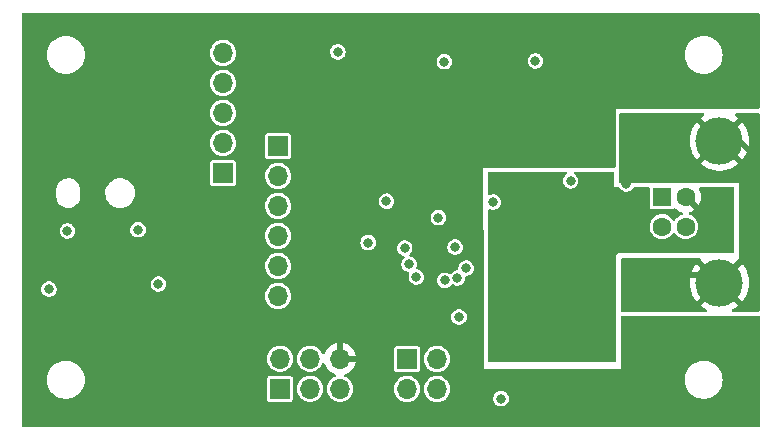
<source format=gbr>
%TF.GenerationSoftware,KiCad,Pcbnew,6.0.10+dfsg-1~bpo11+1*%
%TF.CreationDate,2023-02-06T16:55:59+00:00*%
%TF.ProjectId,t1,74312e6b-6963-4616-945f-706362585858,${git_hash}*%
%TF.SameCoordinates,Original*%
%TF.FileFunction,Copper,L2,Inr*%
%TF.FilePolarity,Positive*%
%FSLAX46Y46*%
G04 Gerber Fmt 4.6, Leading zero omitted, Abs format (unit mm)*
G04 Created by KiCad (PCBNEW 6.0.10+dfsg-1~bpo11+1) date 2023-02-06 16:55:59*
%MOMM*%
%LPD*%
G01*
G04 APERTURE LIST*
%TA.AperFunction,ComponentPad*%
%ADD10R,1.700000X1.700000*%
%TD*%
%TA.AperFunction,ComponentPad*%
%ADD11O,1.700000X1.700000*%
%TD*%
%TA.AperFunction,ComponentPad*%
%ADD12R,1.600000X1.600000*%
%TD*%
%TA.AperFunction,ComponentPad*%
%ADD13C,1.600000*%
%TD*%
%TA.AperFunction,ComponentPad*%
%ADD14C,4.000000*%
%TD*%
%TA.AperFunction,ViaPad*%
%ADD15C,0.800000*%
%TD*%
%TA.AperFunction,Conductor*%
%ADD16C,0.508000*%
%TD*%
G04 APERTURE END LIST*
D10*
%TO.N,Net-(J3-Pad1)*%
%TO.C,J3*%
X136300000Y-79500000D03*
D11*
%TO.N,Net-(J3-Pad2)*%
X136300000Y-76960000D03*
%TO.N,Net-(J3-Pad3)*%
X136300000Y-74420000D03*
%TO.N,Net-(J3-Pad4)*%
X136300000Y-71880000D03*
%TO.N,Net-(J3-Pad5)*%
X136300000Y-69340000D03*
%TD*%
D10*
%TO.N,Net-(J4-Pad1)*%
%TO.C,J4*%
X151892000Y-95250000D03*
D11*
%TO.N,Net-(J4-Pad2)*%
X154432000Y-95250000D03*
%TO.N,Net-(J4-Pad3)*%
X151892000Y-97790000D03*
%TO.N,Net-(J4-Pad4)*%
X154432000Y-97790000D03*
%TD*%
D10*
%TO.N,/MISO2*%
%TO.C,J5*%
X141122400Y-97764600D03*
D11*
%TO.N,+5V*%
X141122400Y-95224600D03*
%TO.N,/SCK2*%
X143662400Y-97764600D03*
%TO.N,/MOSI2*%
X143662400Y-95224600D03*
%TO.N,/RESET2*%
X146202400Y-97764600D03*
%TO.N,GND*%
X146202400Y-95224600D03*
%TD*%
D10*
%TO.N,Net-(C8-Pad2)*%
%TO.C,J6*%
X140970000Y-77216000D03*
D11*
%TO.N,Net-(J6-Pad2)*%
X140970000Y-79756000D03*
%TO.N,Net-(J6-Pad3)*%
X140970000Y-82296000D03*
%TO.N,Net-(J6-Pad4)*%
X140970000Y-84836000D03*
%TO.N,Net-(J6-Pad5)*%
X140970000Y-87376000D03*
%TO.N,Net-(J6-Pad6)*%
X140970000Y-89916000D03*
%TD*%
D12*
%TO.N,Net-(F1-Pad2)*%
%TO.C,J2*%
X173482000Y-81534000D03*
D13*
%TO.N,Net-(J2-Pad2)*%
X173482000Y-84034000D03*
%TO.N,Net-(J2-Pad3)*%
X175482000Y-84034000D03*
%TO.N,Earth*%
X175482000Y-81534000D03*
D14*
%TO.N,Net-(FB1-Pad1)*%
X178342000Y-76784000D03*
X178342000Y-88784000D03*
%TD*%
D15*
%TO.N,GND*%
X154355800Y-75793600D03*
X123113800Y-73329800D03*
X129108200Y-77952600D03*
X167259000Y-97942400D03*
X155676600Y-83058000D03*
X163830000Y-76758800D03*
X125349000Y-90906600D03*
X130810000Y-95351600D03*
X129082800Y-73380600D03*
X144830800Y-85064600D03*
X123088400Y-78130400D03*
%TO.N,+5V*%
X159842200Y-98602800D03*
X154533600Y-83286600D03*
X146024600Y-69240400D03*
X159181800Y-81965800D03*
X130835400Y-88900000D03*
X129108200Y-84302600D03*
X121564400Y-89331800D03*
X123139200Y-84404200D03*
%TO.N,Net-(C3-Pad1)*%
X162763200Y-70002400D03*
%TO.N,Net-(C4-Pad1)*%
X155041600Y-70078600D03*
%TO.N,Earth*%
X160680400Y-81153000D03*
X166878000Y-88773000D03*
X160553400Y-86233000D03*
X167233600Y-93522800D03*
X165049200Y-90449400D03*
%TO.N,VBUS*%
X165735000Y-80162400D03*
%TO.N,Net-(FB1-Pad1)*%
X170459400Y-80416400D03*
X172389800Y-88138000D03*
X170561000Y-90678000D03*
%TO.N,Net-(J3-Pad4)*%
X156895800Y-87553800D03*
%TO.N,Net-(J3-Pad3)*%
X156159200Y-88392000D03*
%TO.N,Net-(J3-Pad2)*%
X156286200Y-91694000D03*
%TO.N,Net-(J3-Pad1)*%
X155067000Y-88595200D03*
%TO.N,Net-(J6-Pad6)*%
X152679400Y-88315800D03*
%TO.N,Net-(J6-Pad5)*%
X152069800Y-87223600D03*
%TO.N,Net-(J6-Pad4)*%
X151689100Y-85852000D03*
%TO.N,Net-(J6-Pad3)*%
X150139400Y-81889600D03*
%TO.N,Net-(J6-Pad2)*%
X148595111Y-85389689D03*
%TO.N,Net-(R2-Pad1)*%
X155956000Y-85775802D03*
%TD*%
D16*
%TO.N,Earth*%
X160553400Y-86233000D02*
X161467800Y-86233000D01*
X160680400Y-85445600D02*
X161467800Y-86233000D01*
X176123600Y-85953600D02*
X169722800Y-85953600D01*
X160680400Y-81153000D02*
X160680400Y-85445600D01*
X167233600Y-89128600D02*
X166878000Y-88773000D01*
X166903400Y-88773000D02*
X166878000Y-88773000D01*
X177088800Y-83140800D02*
X177088800Y-84988400D01*
X166878000Y-88773000D02*
X166725600Y-88773000D01*
X177088800Y-84988400D02*
X176123600Y-85953600D01*
X169722800Y-85953600D02*
X166903400Y-88773000D01*
X167233600Y-93522800D02*
X167233600Y-89128600D01*
X166725600Y-88773000D02*
X165049200Y-90449400D01*
X164338000Y-86233000D02*
X166878000Y-88773000D01*
X175482000Y-81534000D02*
X177088800Y-83140800D01*
X161467800Y-86233000D02*
X164338000Y-86233000D01*
%TO.N,Net-(FB1-Pad1)*%
X181178200Y-77927200D02*
X181178200Y-85947800D01*
X171653200Y-79222600D02*
X175903400Y-79222600D01*
X172389800Y-88138000D02*
X172389800Y-88849200D01*
X177696000Y-88138000D02*
X178342000Y-88784000D01*
X175903400Y-79222600D02*
X178342000Y-76784000D01*
X181178200Y-85947800D02*
X178342000Y-88784000D01*
X170459400Y-80416400D02*
X171653200Y-79222600D01*
X180035000Y-76784000D02*
X181178200Y-77927200D01*
X178342000Y-76784000D02*
X180035000Y-76784000D01*
X172389800Y-88849200D02*
X170561000Y-90678000D01*
X172389800Y-88138000D02*
X177696000Y-88138000D01*
%TD*%
%TA.AperFunction,Conductor*%
%TO.N,Earth*%
G36*
X165382754Y-79395002D02*
G01*
X165429247Y-79448658D01*
X165439351Y-79518932D01*
X165409857Y-79583512D01*
X165377299Y-79609130D01*
X165377446Y-79609346D01*
X165374351Y-79611449D01*
X165372426Y-79612964D01*
X165371163Y-79613616D01*
X165371159Y-79613618D01*
X165364414Y-79617100D01*
X165245039Y-79721238D01*
X165153950Y-79850844D01*
X165096406Y-79998437D01*
X165075729Y-80155496D01*
X165093113Y-80312953D01*
X165147553Y-80461719D01*
X165235908Y-80593205D01*
X165241527Y-80598318D01*
X165241528Y-80598319D01*
X165347460Y-80694709D01*
X165353076Y-80699819D01*
X165492293Y-80775408D01*
X165645522Y-80815607D01*
X165729477Y-80816926D01*
X165796319Y-80817976D01*
X165796322Y-80817976D01*
X165803916Y-80818095D01*
X165958332Y-80782729D01*
X166055172Y-80734024D01*
X166093072Y-80714963D01*
X166093075Y-80714961D01*
X166099855Y-80711551D01*
X166105626Y-80706622D01*
X166105629Y-80706620D01*
X166214536Y-80613604D01*
X166214536Y-80613603D01*
X166220314Y-80608669D01*
X166312755Y-80480024D01*
X166371842Y-80333041D01*
X166394162Y-80176207D01*
X166394307Y-80162400D01*
X166375276Y-80005133D01*
X166319280Y-79856946D01*
X166229553Y-79726392D01*
X166111275Y-79621011D01*
X166094923Y-79612353D01*
X166044081Y-79562801D01*
X166028100Y-79493626D01*
X166052054Y-79426793D01*
X166108339Y-79383520D01*
X166153884Y-79375000D01*
X169317400Y-79375000D01*
X169385521Y-79395002D01*
X169432014Y-79448658D01*
X169443400Y-79501000D01*
X169443400Y-80695800D01*
X169791431Y-80695800D01*
X169859552Y-80715802D01*
X169896013Y-80751524D01*
X169943237Y-80821800D01*
X169960308Y-80847205D01*
X169965927Y-80852318D01*
X169965928Y-80852319D01*
X169993604Y-80877502D01*
X170077476Y-80953819D01*
X170216693Y-81029408D01*
X170369922Y-81069607D01*
X170453877Y-81070926D01*
X170520719Y-81071976D01*
X170520722Y-81071976D01*
X170528316Y-81072095D01*
X170682732Y-81036729D01*
X170753142Y-81001317D01*
X170817472Y-80968963D01*
X170817475Y-80968961D01*
X170824255Y-80965551D01*
X170830026Y-80960622D01*
X170830029Y-80960620D01*
X170938936Y-80867604D01*
X170938936Y-80867603D01*
X170944714Y-80862669D01*
X171026917Y-80748272D01*
X171082909Y-80704626D01*
X171129237Y-80695800D01*
X172301500Y-80695800D01*
X172369621Y-80715802D01*
X172416114Y-80769458D01*
X172427500Y-80821800D01*
X172427501Y-81623095D01*
X172427501Y-82359066D01*
X172434612Y-82394818D01*
X172439025Y-82417004D01*
X172442266Y-82433301D01*
X172498516Y-82517484D01*
X172508832Y-82524377D01*
X172546307Y-82549417D01*
X172582699Y-82573734D01*
X172656933Y-82588500D01*
X173481866Y-82588500D01*
X174307066Y-82588499D01*
X174346107Y-82580734D01*
X174369126Y-82576156D01*
X174369128Y-82576155D01*
X174381301Y-82573734D01*
X174391621Y-82566839D01*
X174391622Y-82566838D01*
X174465484Y-82517484D01*
X174467298Y-82520198D01*
X174512094Y-82495737D01*
X174582909Y-82500802D01*
X174627972Y-82529763D01*
X174634125Y-82535916D01*
X174642533Y-82542972D01*
X174820993Y-82667931D01*
X174830489Y-82673414D01*
X175027947Y-82765490D01*
X175038239Y-82769236D01*
X175131874Y-82794325D01*
X175192497Y-82831277D01*
X175223518Y-82895137D01*
X175215090Y-82965632D01*
X175169887Y-83020379D01*
X175134840Y-83036905D01*
X175085066Y-83051554D01*
X175079601Y-83054411D01*
X174907261Y-83144508D01*
X174907257Y-83144511D01*
X174901801Y-83147363D01*
X174740635Y-83276943D01*
X174607708Y-83435360D01*
X174593054Y-83462015D01*
X174542710Y-83512070D01*
X174473293Y-83526963D01*
X174406844Y-83501961D01*
X174371393Y-83460466D01*
X174364565Y-83447625D01*
X174360674Y-83442855D01*
X174360672Y-83442851D01*
X174237758Y-83292143D01*
X174237755Y-83292140D01*
X174233863Y-83287368D01*
X174226966Y-83281662D01*
X174079271Y-83159478D01*
X174079266Y-83159475D01*
X174074522Y-83155550D01*
X174069103Y-83152620D01*
X174069100Y-83152618D01*
X173898032Y-83060122D01*
X173898027Y-83060120D01*
X173892612Y-83057192D01*
X173695063Y-82996040D01*
X173688938Y-82995396D01*
X173688937Y-82995396D01*
X173495526Y-82975068D01*
X173495524Y-82975068D01*
X173489397Y-82974424D01*
X173363229Y-82985906D01*
X173289591Y-82992607D01*
X173289590Y-82992607D01*
X173283450Y-82993166D01*
X173085066Y-83051554D01*
X173079601Y-83054411D01*
X172907261Y-83144508D01*
X172907257Y-83144511D01*
X172901801Y-83147363D01*
X172740635Y-83276943D01*
X172607708Y-83435360D01*
X172508082Y-83616578D01*
X172445553Y-83813696D01*
X172422501Y-84019206D01*
X172439806Y-84225278D01*
X172496807Y-84424066D01*
X172499625Y-84429548D01*
X172499626Y-84429552D01*
X172588514Y-84602509D01*
X172588517Y-84602513D01*
X172591334Y-84607995D01*
X172719786Y-84770061D01*
X172877271Y-84904091D01*
X173057789Y-85004980D01*
X173254466Y-85068884D01*
X173459809Y-85093370D01*
X173465944Y-85092898D01*
X173465946Y-85092898D01*
X173659856Y-85077977D01*
X173659860Y-85077976D01*
X173665998Y-85077504D01*
X173865178Y-85021892D01*
X173870682Y-85019112D01*
X173870684Y-85019111D01*
X174044262Y-84931431D01*
X174044264Y-84931430D01*
X174049763Y-84928652D01*
X174212722Y-84801334D01*
X174216748Y-84796670D01*
X174216751Y-84796667D01*
X174343819Y-84649457D01*
X174343820Y-84649455D01*
X174347848Y-84644789D01*
X174370603Y-84604733D01*
X174421643Y-84555383D01*
X174491262Y-84541461D01*
X174557355Y-84567388D01*
X174586073Y-84598719D01*
X174588512Y-84602503D01*
X174591334Y-84607995D01*
X174719786Y-84770061D01*
X174877271Y-84904091D01*
X175057789Y-85004980D01*
X175254466Y-85068884D01*
X175459809Y-85093370D01*
X175465944Y-85092898D01*
X175465946Y-85092898D01*
X175659856Y-85077977D01*
X175659860Y-85077976D01*
X175665998Y-85077504D01*
X175865178Y-85021892D01*
X175870682Y-85019112D01*
X175870684Y-85019111D01*
X176044262Y-84931431D01*
X176044264Y-84931430D01*
X176049763Y-84928652D01*
X176212722Y-84801334D01*
X176216748Y-84796670D01*
X176216751Y-84796667D01*
X176343819Y-84649457D01*
X176343820Y-84649455D01*
X176347848Y-84644789D01*
X176449995Y-84464979D01*
X176515270Y-84268753D01*
X176541189Y-84063586D01*
X176541602Y-84034000D01*
X176521422Y-83828189D01*
X176461651Y-83630217D01*
X176393456Y-83501961D01*
X176367459Y-83453067D01*
X176367457Y-83453064D01*
X176364565Y-83447625D01*
X176360674Y-83442855D01*
X176360672Y-83442851D01*
X176237758Y-83292143D01*
X176237755Y-83292140D01*
X176233863Y-83287368D01*
X176226966Y-83281662D01*
X176079271Y-83159478D01*
X176079266Y-83159475D01*
X176074522Y-83155550D01*
X176069103Y-83152620D01*
X176069100Y-83152618D01*
X175898032Y-83060122D01*
X175898027Y-83060120D01*
X175892612Y-83057192D01*
X175826382Y-83036690D01*
X175767224Y-82997440D01*
X175738676Y-82932436D01*
X175749804Y-82862317D01*
X175797075Y-82809345D01*
X175831030Y-82794619D01*
X175925764Y-82769235D01*
X175936053Y-82765490D01*
X176133511Y-82673414D01*
X176143006Y-82667931D01*
X176195048Y-82631491D01*
X176203424Y-82621012D01*
X176196356Y-82607566D01*
X175211885Y-81623095D01*
X175177859Y-81560783D01*
X175182924Y-81489968D01*
X175211885Y-81444905D01*
X175392905Y-81263885D01*
X175455217Y-81229859D01*
X175526032Y-81234924D01*
X175571095Y-81263885D01*
X176556287Y-82249077D01*
X176568062Y-82255507D01*
X176580077Y-82246211D01*
X176615931Y-82195006D01*
X176621414Y-82185511D01*
X176713490Y-81988053D01*
X176717236Y-81977761D01*
X176773625Y-81767312D01*
X176775528Y-81756519D01*
X176794517Y-81539475D01*
X176794517Y-81528525D01*
X176775528Y-81311481D01*
X176773625Y-81300688D01*
X176717236Y-81090239D01*
X176713490Y-81079947D01*
X176619088Y-80877502D01*
X176620788Y-80876709D01*
X176606009Y-80815818D01*
X176629223Y-80748723D01*
X176685025Y-80704830D01*
X176731867Y-80695800D01*
X179477400Y-80695800D01*
X179545521Y-80715802D01*
X179592014Y-80769458D01*
X179603400Y-80821800D01*
X179603400Y-86157800D01*
X179583398Y-86225921D01*
X179529742Y-86272414D01*
X179477400Y-86283800D01*
X169621200Y-86283800D01*
X169621200Y-95378000D01*
X169601198Y-95446121D01*
X169547542Y-95492614D01*
X169495200Y-95504000D01*
X158850600Y-95504000D01*
X158782479Y-95483998D01*
X158735986Y-95430342D01*
X158724600Y-95378000D01*
X158724600Y-82674135D01*
X158744602Y-82606014D01*
X158798258Y-82559521D01*
X158868532Y-82549417D01*
X158910721Y-82563404D01*
X158932417Y-82575184D01*
X158932422Y-82575186D01*
X158939093Y-82578808D01*
X159092322Y-82619007D01*
X159176277Y-82620326D01*
X159243119Y-82621376D01*
X159243122Y-82621376D01*
X159250716Y-82621495D01*
X159405132Y-82586129D01*
X159490941Y-82542972D01*
X159539872Y-82518363D01*
X159539875Y-82518361D01*
X159546655Y-82514951D01*
X159552426Y-82510022D01*
X159552429Y-82510020D01*
X159661336Y-82417004D01*
X159661336Y-82417003D01*
X159667114Y-82412069D01*
X159759555Y-82283424D01*
X159818642Y-82136441D01*
X159840962Y-81979607D01*
X159841107Y-81965800D01*
X159822076Y-81808533D01*
X159766080Y-81660346D01*
X159740478Y-81623095D01*
X159680655Y-81536051D01*
X159680654Y-81536049D01*
X159676353Y-81529792D01*
X159558075Y-81424411D01*
X159550689Y-81420500D01*
X159424788Y-81353839D01*
X159424789Y-81353839D01*
X159418074Y-81350284D01*
X159264433Y-81311692D01*
X159256834Y-81311652D01*
X159256833Y-81311652D01*
X159190981Y-81311307D01*
X159106021Y-81310862D01*
X159098641Y-81312634D01*
X159098639Y-81312634D01*
X158959363Y-81346071D01*
X158959360Y-81346072D01*
X158951984Y-81347843D01*
X158945240Y-81351324D01*
X158945237Y-81351325D01*
X158908391Y-81370343D01*
X158838684Y-81383813D01*
X158772760Y-81357458D01*
X158731550Y-81299646D01*
X158724600Y-81258378D01*
X158724600Y-79501000D01*
X158744602Y-79432879D01*
X158798258Y-79386386D01*
X158850600Y-79375000D01*
X165314633Y-79375000D01*
X165382754Y-79395002D01*
G37*
%TD.AperFunction*%
%TD*%
%TA.AperFunction,Conductor*%
%TO.N,GND*%
G36*
X181688121Y-65974002D02*
G01*
X181734614Y-66027658D01*
X181746000Y-66080000D01*
X181746000Y-73915000D01*
X181725998Y-73983121D01*
X181672342Y-74029614D01*
X181620000Y-74041000D01*
X169545000Y-74041000D01*
X169545000Y-78918800D01*
X169524998Y-78986921D01*
X169471342Y-79033414D01*
X169419000Y-79044800D01*
X158343600Y-79044800D01*
X158343651Y-79058465D01*
X158343651Y-79058467D01*
X158383181Y-89553999D01*
X158407791Y-96088200D01*
X170014209Y-96088200D01*
X170014161Y-96070083D01*
X170002536Y-91693335D01*
X170022357Y-91625161D01*
X170075889Y-91578526D01*
X170128536Y-91567000D01*
X181620000Y-91567000D01*
X181688121Y-91587002D01*
X181734614Y-91640658D01*
X181746000Y-91693000D01*
X181746000Y-100920000D01*
X181725998Y-100988121D01*
X181672342Y-101034614D01*
X181620000Y-101046000D01*
X119380000Y-101046000D01*
X119311879Y-101025998D01*
X119265386Y-100972342D01*
X119254000Y-100920000D01*
X119254000Y-97000000D01*
X121390539Y-97000000D01*
X121410354Y-97251775D01*
X121411508Y-97256582D01*
X121411509Y-97256588D01*
X121439373Y-97372646D01*
X121469312Y-97497351D01*
X121471205Y-97501922D01*
X121471206Y-97501924D01*
X121506802Y-97587859D01*
X121565960Y-97730680D01*
X121697919Y-97946017D01*
X121861939Y-98138061D01*
X122053983Y-98302081D01*
X122269320Y-98434040D01*
X122273890Y-98435933D01*
X122273894Y-98435935D01*
X122463384Y-98514424D01*
X122502649Y-98530688D01*
X122560234Y-98544513D01*
X122743412Y-98588491D01*
X122743418Y-98588492D01*
X122748225Y-98589646D01*
X122836253Y-98596574D01*
X122934507Y-98604307D01*
X122934516Y-98604307D01*
X122936964Y-98604500D01*
X123063036Y-98604500D01*
X123065484Y-98604307D01*
X123065493Y-98604307D01*
X123163747Y-98596574D01*
X123251775Y-98589646D01*
X123256582Y-98588492D01*
X123256588Y-98588491D01*
X123439766Y-98544513D01*
X123497351Y-98530688D01*
X123536616Y-98514424D01*
X123726106Y-98435935D01*
X123726110Y-98435933D01*
X123730680Y-98434040D01*
X123946017Y-98302081D01*
X124138061Y-98138061D01*
X124302081Y-97946017D01*
X124434040Y-97730680D01*
X124493199Y-97587859D01*
X124528794Y-97501924D01*
X124528795Y-97501922D01*
X124530688Y-97497351D01*
X124560627Y-97372646D01*
X124588491Y-97256588D01*
X124588492Y-97256582D01*
X124589646Y-97251775D01*
X124609461Y-97000000D01*
X124600767Y-96889533D01*
X140017900Y-96889533D01*
X140017901Y-98639666D01*
X140032666Y-98713901D01*
X140039561Y-98724220D01*
X140039562Y-98724222D01*
X140077163Y-98780495D01*
X140088916Y-98798084D01*
X140173099Y-98854334D01*
X140247333Y-98869100D01*
X141122258Y-98869100D01*
X141997466Y-98869099D01*
X142033218Y-98861988D01*
X142059526Y-98856756D01*
X142059528Y-98856755D01*
X142071701Y-98854334D01*
X142082021Y-98847439D01*
X142082022Y-98847438D01*
X142145568Y-98804977D01*
X142155884Y-98798084D01*
X142185773Y-98753353D01*
X142205239Y-98724220D01*
X142212134Y-98713901D01*
X142226900Y-98639667D01*
X142226899Y-97735564D01*
X142553548Y-97735564D01*
X142566824Y-97938122D01*
X142568245Y-97943718D01*
X142568246Y-97943723D01*
X142599419Y-98066464D01*
X142616792Y-98134869D01*
X142619209Y-98140112D01*
X142656410Y-98220808D01*
X142701777Y-98319216D01*
X142705110Y-98323932D01*
X142791641Y-98446371D01*
X142818933Y-98484989D01*
X142964338Y-98626635D01*
X143133120Y-98739412D01*
X143138423Y-98741690D01*
X143138426Y-98741692D01*
X143281903Y-98803334D01*
X143319628Y-98819542D01*
X143392644Y-98836064D01*
X143511979Y-98863067D01*
X143511984Y-98863068D01*
X143517616Y-98864342D01*
X143523387Y-98864569D01*
X143523389Y-98864569D01*
X143578340Y-98866728D01*
X143720453Y-98872312D01*
X143827748Y-98856755D01*
X143915631Y-98844013D01*
X143915636Y-98844012D01*
X143921345Y-98843184D01*
X143926809Y-98841329D01*
X143926814Y-98841328D01*
X144108093Y-98779792D01*
X144108098Y-98779790D01*
X144113565Y-98777934D01*
X144135027Y-98765915D01*
X144188083Y-98736202D01*
X144290676Y-98678747D01*
X144322794Y-98652035D01*
X144442313Y-98552631D01*
X144446745Y-98548945D01*
X144478812Y-98510389D01*
X144572853Y-98397318D01*
X144572855Y-98397315D01*
X144576547Y-98392876D01*
X144675734Y-98215765D01*
X144677590Y-98210298D01*
X144677592Y-98210293D01*
X144739128Y-98029014D01*
X144739129Y-98029009D01*
X144740984Y-98023545D01*
X144741812Y-98017836D01*
X144741813Y-98017831D01*
X144769579Y-97826327D01*
X144770112Y-97822653D01*
X144771632Y-97764600D01*
X144753058Y-97562459D01*
X144750633Y-97553861D01*
X144699525Y-97372646D01*
X144699524Y-97372644D01*
X144697957Y-97367087D01*
X144687378Y-97345633D01*
X144610731Y-97190209D01*
X144608176Y-97185028D01*
X144486720Y-97022379D01*
X144369380Y-96913911D01*
X144341903Y-96888511D01*
X144337658Y-96884587D01*
X144332775Y-96881506D01*
X144332771Y-96881503D01*
X144170864Y-96779348D01*
X144165981Y-96776267D01*
X143977439Y-96701046D01*
X143971779Y-96699920D01*
X143971775Y-96699919D01*
X143784013Y-96662571D01*
X143784010Y-96662571D01*
X143778346Y-96661444D01*
X143772571Y-96661368D01*
X143772567Y-96661368D01*
X143671193Y-96660041D01*
X143575371Y-96658787D01*
X143569674Y-96659766D01*
X143569673Y-96659766D01*
X143381007Y-96692185D01*
X143375310Y-96693164D01*
X143184863Y-96763424D01*
X143010410Y-96867212D01*
X143006070Y-96871018D01*
X143006066Y-96871021D01*
X142957160Y-96913911D01*
X142857792Y-97001055D01*
X142732120Y-97160469D01*
X142729431Y-97165580D01*
X142729429Y-97165583D01*
X142705835Y-97210428D01*
X142637603Y-97340115D01*
X142577407Y-97533978D01*
X142553548Y-97735564D01*
X142226899Y-97735564D01*
X142226899Y-96889534D01*
X142212134Y-96815299D01*
X142203026Y-96801667D01*
X142162777Y-96741432D01*
X142155884Y-96731116D01*
X142071701Y-96674866D01*
X141997467Y-96660100D01*
X141122542Y-96660100D01*
X140247334Y-96660101D01*
X140211582Y-96667212D01*
X140185274Y-96672444D01*
X140185272Y-96672445D01*
X140173099Y-96674866D01*
X140162779Y-96681761D01*
X140162778Y-96681762D01*
X140109166Y-96717585D01*
X140088916Y-96731116D01*
X140032666Y-96815299D01*
X140017900Y-96889533D01*
X124600767Y-96889533D01*
X124589646Y-96748225D01*
X124588492Y-96743418D01*
X124588491Y-96743412D01*
X124543315Y-96555244D01*
X124530688Y-96502649D01*
X124527434Y-96494792D01*
X124435935Y-96273894D01*
X124435933Y-96273890D01*
X124434040Y-96269320D01*
X124302081Y-96053983D01*
X124138061Y-95861939D01*
X123946017Y-95697919D01*
X123730680Y-95565960D01*
X123726110Y-95564067D01*
X123726106Y-95564065D01*
X123501924Y-95471206D01*
X123501922Y-95471205D01*
X123497351Y-95469312D01*
X123411135Y-95448613D01*
X123256588Y-95411509D01*
X123256582Y-95411508D01*
X123251775Y-95410354D01*
X123163747Y-95403426D01*
X123065493Y-95395693D01*
X123065484Y-95395693D01*
X123063036Y-95395500D01*
X122936964Y-95395500D01*
X122934516Y-95395693D01*
X122934507Y-95395693D01*
X122836253Y-95403426D01*
X122748225Y-95410354D01*
X122743418Y-95411508D01*
X122743412Y-95411509D01*
X122588865Y-95448613D01*
X122502649Y-95469312D01*
X122498078Y-95471205D01*
X122498076Y-95471206D01*
X122273894Y-95564065D01*
X122273890Y-95564067D01*
X122269320Y-95565960D01*
X122053983Y-95697919D01*
X121861939Y-95861939D01*
X121697919Y-96053983D01*
X121565960Y-96269320D01*
X121564067Y-96273890D01*
X121564065Y-96273894D01*
X121472566Y-96494792D01*
X121469312Y-96502649D01*
X121456685Y-96555244D01*
X121411509Y-96743412D01*
X121411508Y-96743418D01*
X121410354Y-96748225D01*
X121390539Y-97000000D01*
X119254000Y-97000000D01*
X119254000Y-95195564D01*
X140013548Y-95195564D01*
X140026824Y-95398122D01*
X140028245Y-95403718D01*
X140028246Y-95403723D01*
X140054587Y-95507437D01*
X140076792Y-95594869D01*
X140079209Y-95600112D01*
X140116410Y-95680808D01*
X140161777Y-95779216D01*
X140278933Y-95944989D01*
X140424338Y-96086635D01*
X140593120Y-96199412D01*
X140598423Y-96201690D01*
X140598426Y-96201692D01*
X140764792Y-96273168D01*
X140779628Y-96279542D01*
X140827512Y-96290377D01*
X140971979Y-96323067D01*
X140971984Y-96323068D01*
X140977616Y-96324342D01*
X140983387Y-96324569D01*
X140983389Y-96324569D01*
X141038340Y-96326728D01*
X141180453Y-96332312D01*
X141280899Y-96317748D01*
X141375631Y-96304013D01*
X141375636Y-96304012D01*
X141381345Y-96303184D01*
X141386809Y-96301329D01*
X141386814Y-96301328D01*
X141568093Y-96239792D01*
X141568098Y-96239790D01*
X141573565Y-96237934D01*
X141750676Y-96138747D01*
X141759829Y-96131135D01*
X141881534Y-96029913D01*
X141906745Y-96008945D01*
X141938812Y-95970389D01*
X142032853Y-95857318D01*
X142032855Y-95857315D01*
X142036547Y-95852876D01*
X142135734Y-95675765D01*
X142137590Y-95670298D01*
X142137592Y-95670293D01*
X142199128Y-95489014D01*
X142199129Y-95489009D01*
X142200984Y-95483545D01*
X142201812Y-95477836D01*
X142201813Y-95477831D01*
X142229579Y-95286327D01*
X142230112Y-95282653D01*
X142231632Y-95224600D01*
X142228964Y-95195564D01*
X142553548Y-95195564D01*
X142566824Y-95398122D01*
X142568245Y-95403718D01*
X142568246Y-95403723D01*
X142594587Y-95507437D01*
X142616792Y-95594869D01*
X142619209Y-95600112D01*
X142656410Y-95680808D01*
X142701777Y-95779216D01*
X142818933Y-95944989D01*
X142964338Y-96086635D01*
X143133120Y-96199412D01*
X143138423Y-96201690D01*
X143138426Y-96201692D01*
X143304792Y-96273168D01*
X143319628Y-96279542D01*
X143367512Y-96290377D01*
X143511979Y-96323067D01*
X143511984Y-96323068D01*
X143517616Y-96324342D01*
X143523387Y-96324569D01*
X143523389Y-96324569D01*
X143578340Y-96326728D01*
X143720453Y-96332312D01*
X143820899Y-96317748D01*
X143915631Y-96304013D01*
X143915636Y-96304012D01*
X143921345Y-96303184D01*
X143926809Y-96301329D01*
X143926814Y-96301328D01*
X144108093Y-96239792D01*
X144108098Y-96239790D01*
X144113565Y-96237934D01*
X144290676Y-96138747D01*
X144299829Y-96131135D01*
X144421534Y-96029913D01*
X144446745Y-96008945D01*
X144478812Y-95970389D01*
X144572853Y-95857318D01*
X144572855Y-95857315D01*
X144576547Y-95852876D01*
X144675734Y-95675765D01*
X144678120Y-95668735D01*
X144678570Y-95668096D01*
X144679941Y-95665016D01*
X144680546Y-95665285D01*
X144718953Y-95610659D01*
X144784705Y-95583878D01*
X144854498Y-95596895D01*
X144906173Y-95645580D01*
X144914177Y-95661829D01*
X144984170Y-95834203D01*
X144988813Y-95843394D01*
X145100094Y-96024988D01*
X145106177Y-96033299D01*
X145245613Y-96194267D01*
X145252980Y-96201483D01*
X145416834Y-96337516D01*
X145425281Y-96343431D01*
X145609156Y-96450879D01*
X145618442Y-96455329D01*
X145767524Y-96512257D01*
X145824027Y-96555244D01*
X145848320Y-96621955D01*
X145832690Y-96691210D01*
X145782099Y-96741021D01*
X145766185Y-96748179D01*
X145724863Y-96763424D01*
X145550410Y-96867212D01*
X145546070Y-96871018D01*
X145546066Y-96871021D01*
X145497160Y-96913911D01*
X145397792Y-97001055D01*
X145272120Y-97160469D01*
X145269431Y-97165580D01*
X145269429Y-97165583D01*
X145245835Y-97210428D01*
X145177603Y-97340115D01*
X145117407Y-97533978D01*
X145093548Y-97735564D01*
X145106824Y-97938122D01*
X145108245Y-97943718D01*
X145108246Y-97943723D01*
X145139419Y-98066464D01*
X145156792Y-98134869D01*
X145159209Y-98140112D01*
X145196410Y-98220808D01*
X145241777Y-98319216D01*
X145245110Y-98323932D01*
X145331641Y-98446371D01*
X145358933Y-98484989D01*
X145504338Y-98626635D01*
X145673120Y-98739412D01*
X145678423Y-98741690D01*
X145678426Y-98741692D01*
X145821903Y-98803334D01*
X145859628Y-98819542D01*
X145932644Y-98836064D01*
X146051979Y-98863067D01*
X146051984Y-98863068D01*
X146057616Y-98864342D01*
X146063387Y-98864569D01*
X146063389Y-98864569D01*
X146118340Y-98866728D01*
X146260453Y-98872312D01*
X146367748Y-98856755D01*
X146455631Y-98844013D01*
X146455636Y-98844012D01*
X146461345Y-98843184D01*
X146466809Y-98841329D01*
X146466814Y-98841328D01*
X146648093Y-98779792D01*
X146648098Y-98779790D01*
X146653565Y-98777934D01*
X146675027Y-98765915D01*
X146728083Y-98736202D01*
X146830676Y-98678747D01*
X146862794Y-98652035D01*
X146982313Y-98552631D01*
X146986745Y-98548945D01*
X147018812Y-98510389D01*
X147112853Y-98397318D01*
X147112855Y-98397315D01*
X147116547Y-98392876D01*
X147215734Y-98215765D01*
X147217590Y-98210298D01*
X147217592Y-98210293D01*
X147279128Y-98029014D01*
X147279129Y-98029009D01*
X147280984Y-98023545D01*
X147281812Y-98017836D01*
X147281813Y-98017831D01*
X147309579Y-97826327D01*
X147310112Y-97822653D01*
X147311632Y-97764600D01*
X147311298Y-97760964D01*
X150783148Y-97760964D01*
X150796424Y-97963522D01*
X150797845Y-97969118D01*
X150797846Y-97969123D01*
X150822568Y-98066464D01*
X150846392Y-98160269D01*
X150848809Y-98165512D01*
X150886010Y-98246208D01*
X150931377Y-98344616D01*
X150934710Y-98349332D01*
X151002698Y-98445533D01*
X151048533Y-98510389D01*
X151193938Y-98652035D01*
X151362720Y-98764812D01*
X151368023Y-98767090D01*
X151368026Y-98767092D01*
X151493075Y-98820817D01*
X151549228Y-98844942D01*
X151622244Y-98861464D01*
X151741579Y-98888467D01*
X151741584Y-98888468D01*
X151747216Y-98889742D01*
X151752987Y-98889969D01*
X151752989Y-98889969D01*
X151812756Y-98892317D01*
X151950053Y-98897712D01*
X152050499Y-98883148D01*
X152145231Y-98869413D01*
X152145236Y-98869412D01*
X152150945Y-98868584D01*
X152156409Y-98866729D01*
X152156414Y-98866728D01*
X152337693Y-98805192D01*
X152337698Y-98805190D01*
X152343165Y-98803334D01*
X152520276Y-98704147D01*
X152547420Y-98681572D01*
X152671913Y-98578031D01*
X152676345Y-98574345D01*
X152754588Y-98480269D01*
X152802453Y-98422718D01*
X152802455Y-98422715D01*
X152806147Y-98418276D01*
X152905334Y-98241165D01*
X152907190Y-98235698D01*
X152907192Y-98235693D01*
X152968728Y-98054414D01*
X152968729Y-98054409D01*
X152970584Y-98048945D01*
X152971412Y-98043236D01*
X152971413Y-98043231D01*
X152999179Y-97851727D01*
X152999712Y-97848053D01*
X153001232Y-97790000D01*
X152998564Y-97760964D01*
X153323148Y-97760964D01*
X153336424Y-97963522D01*
X153337845Y-97969118D01*
X153337846Y-97969123D01*
X153362568Y-98066464D01*
X153386392Y-98160269D01*
X153388809Y-98165512D01*
X153426010Y-98246208D01*
X153471377Y-98344616D01*
X153474710Y-98349332D01*
X153542698Y-98445533D01*
X153588533Y-98510389D01*
X153733938Y-98652035D01*
X153902720Y-98764812D01*
X153908023Y-98767090D01*
X153908026Y-98767092D01*
X154033075Y-98820817D01*
X154089228Y-98844942D01*
X154162244Y-98861464D01*
X154281579Y-98888467D01*
X154281584Y-98888468D01*
X154287216Y-98889742D01*
X154292987Y-98889969D01*
X154292989Y-98889969D01*
X154352756Y-98892317D01*
X154490053Y-98897712D01*
X154590499Y-98883148D01*
X154685231Y-98869413D01*
X154685236Y-98869412D01*
X154690945Y-98868584D01*
X154696409Y-98866729D01*
X154696414Y-98866728D01*
X154877693Y-98805192D01*
X154877698Y-98805190D01*
X154883165Y-98803334D01*
X155060276Y-98704147D01*
X155087420Y-98681572D01*
X155190433Y-98595896D01*
X159182929Y-98595896D01*
X159191621Y-98674625D01*
X159199026Y-98741692D01*
X159200313Y-98753353D01*
X159202923Y-98760484D01*
X159202923Y-98760486D01*
X159250307Y-98889969D01*
X159254753Y-98902119D01*
X159343108Y-99033605D01*
X159348727Y-99038718D01*
X159348728Y-99038719D01*
X159360103Y-99049069D01*
X159460276Y-99140219D01*
X159599493Y-99215808D01*
X159752722Y-99256007D01*
X159836677Y-99257326D01*
X159903519Y-99258376D01*
X159903522Y-99258376D01*
X159911116Y-99258495D01*
X160065532Y-99223129D01*
X160135942Y-99187717D01*
X160200272Y-99155363D01*
X160200275Y-99155361D01*
X160207055Y-99151951D01*
X160212826Y-99147022D01*
X160212829Y-99147020D01*
X160321736Y-99054004D01*
X160321736Y-99054003D01*
X160327514Y-99049069D01*
X160419955Y-98920424D01*
X160479042Y-98773441D01*
X160486047Y-98724220D01*
X160500781Y-98620691D01*
X160500781Y-98620688D01*
X160501362Y-98616607D01*
X160501507Y-98602800D01*
X160499776Y-98588491D01*
X160492551Y-98528794D01*
X160482476Y-98445533D01*
X160426480Y-98297346D01*
X160370411Y-98215765D01*
X160341055Y-98173051D01*
X160341054Y-98173049D01*
X160336753Y-98166792D01*
X160218475Y-98061411D01*
X160211089Y-98057500D01*
X160085188Y-97990839D01*
X160085189Y-97990839D01*
X160078474Y-97987284D01*
X159924833Y-97948692D01*
X159917234Y-97948652D01*
X159917233Y-97948652D01*
X159851381Y-97948307D01*
X159766421Y-97947862D01*
X159759041Y-97949634D01*
X159759039Y-97949634D01*
X159619763Y-97983071D01*
X159619760Y-97983072D01*
X159612384Y-97984843D01*
X159471614Y-98057500D01*
X159352239Y-98161638D01*
X159261150Y-98291244D01*
X159232378Y-98365041D01*
X159206485Y-98431454D01*
X159203606Y-98438837D01*
X159202614Y-98446370D01*
X159202614Y-98446371D01*
X159186350Y-98569913D01*
X159182929Y-98595896D01*
X155190433Y-98595896D01*
X155211913Y-98578031D01*
X155216345Y-98574345D01*
X155294588Y-98480269D01*
X155342453Y-98422718D01*
X155342455Y-98422715D01*
X155346147Y-98418276D01*
X155445334Y-98241165D01*
X155447190Y-98235698D01*
X155447192Y-98235693D01*
X155508728Y-98054414D01*
X155508729Y-98054409D01*
X155510584Y-98048945D01*
X155511412Y-98043236D01*
X155511413Y-98043231D01*
X155539179Y-97851727D01*
X155539712Y-97848053D01*
X155541232Y-97790000D01*
X155522658Y-97587859D01*
X155517117Y-97568213D01*
X155469125Y-97398046D01*
X155469124Y-97398044D01*
X155467557Y-97392487D01*
X155456978Y-97371033D01*
X155380331Y-97215609D01*
X155377776Y-97210428D01*
X155256320Y-97047779D01*
X155204633Y-97000000D01*
X175390539Y-97000000D01*
X175410354Y-97251775D01*
X175411508Y-97256582D01*
X175411509Y-97256588D01*
X175439373Y-97372646D01*
X175469312Y-97497351D01*
X175471205Y-97501922D01*
X175471206Y-97501924D01*
X175506802Y-97587859D01*
X175565960Y-97730680D01*
X175697919Y-97946017D01*
X175861939Y-98138061D01*
X176053983Y-98302081D01*
X176269320Y-98434040D01*
X176273890Y-98435933D01*
X176273894Y-98435935D01*
X176463384Y-98514424D01*
X176502649Y-98530688D01*
X176560234Y-98544513D01*
X176743412Y-98588491D01*
X176743418Y-98588492D01*
X176748225Y-98589646D01*
X176836253Y-98596574D01*
X176934507Y-98604307D01*
X176934516Y-98604307D01*
X176936964Y-98604500D01*
X177063036Y-98604500D01*
X177065484Y-98604307D01*
X177065493Y-98604307D01*
X177163747Y-98596574D01*
X177251775Y-98589646D01*
X177256582Y-98588492D01*
X177256588Y-98588491D01*
X177439766Y-98544513D01*
X177497351Y-98530688D01*
X177536616Y-98514424D01*
X177726106Y-98435935D01*
X177726110Y-98435933D01*
X177730680Y-98434040D01*
X177946017Y-98302081D01*
X178138061Y-98138061D01*
X178302081Y-97946017D01*
X178434040Y-97730680D01*
X178493199Y-97587859D01*
X178528794Y-97501924D01*
X178528795Y-97501922D01*
X178530688Y-97497351D01*
X178560627Y-97372646D01*
X178588491Y-97256588D01*
X178588492Y-97256582D01*
X178589646Y-97251775D01*
X178609461Y-97000000D01*
X178589646Y-96748225D01*
X178588492Y-96743418D01*
X178588491Y-96743412D01*
X178543315Y-96555244D01*
X178530688Y-96502649D01*
X178527434Y-96494792D01*
X178435935Y-96273894D01*
X178435933Y-96273890D01*
X178434040Y-96269320D01*
X178302081Y-96053983D01*
X178138061Y-95861939D01*
X177946017Y-95697919D01*
X177730680Y-95565960D01*
X177726110Y-95564067D01*
X177726106Y-95564065D01*
X177501924Y-95471206D01*
X177501922Y-95471205D01*
X177497351Y-95469312D01*
X177411135Y-95448613D01*
X177256588Y-95411509D01*
X177256582Y-95411508D01*
X177251775Y-95410354D01*
X177163747Y-95403426D01*
X177065493Y-95395693D01*
X177065484Y-95395693D01*
X177063036Y-95395500D01*
X176936964Y-95395500D01*
X176934516Y-95395693D01*
X176934507Y-95395693D01*
X176836253Y-95403426D01*
X176748225Y-95410354D01*
X176743418Y-95411508D01*
X176743412Y-95411509D01*
X176588865Y-95448613D01*
X176502649Y-95469312D01*
X176498078Y-95471205D01*
X176498076Y-95471206D01*
X176273894Y-95564065D01*
X176273890Y-95564067D01*
X176269320Y-95565960D01*
X176053983Y-95697919D01*
X175861939Y-95861939D01*
X175697919Y-96053983D01*
X175565960Y-96269320D01*
X175564067Y-96273890D01*
X175564065Y-96273894D01*
X175472566Y-96494792D01*
X175469312Y-96502649D01*
X175456685Y-96555244D01*
X175411509Y-96743412D01*
X175411508Y-96743418D01*
X175410354Y-96748225D01*
X175390539Y-97000000D01*
X155204633Y-97000000D01*
X155107258Y-96909987D01*
X155102375Y-96906906D01*
X155102371Y-96906903D01*
X154940464Y-96804748D01*
X154935581Y-96801667D01*
X154747039Y-96726446D01*
X154741379Y-96725320D01*
X154741375Y-96725319D01*
X154553613Y-96687971D01*
X154553610Y-96687971D01*
X154547946Y-96686844D01*
X154542171Y-96686768D01*
X154542167Y-96686768D01*
X154440793Y-96685441D01*
X154344971Y-96684187D01*
X154339274Y-96685166D01*
X154339273Y-96685166D01*
X154150607Y-96717585D01*
X154144910Y-96718564D01*
X153954463Y-96788824D01*
X153780010Y-96892612D01*
X153775670Y-96896418D01*
X153775666Y-96896421D01*
X153660696Y-96997248D01*
X153627392Y-97026455D01*
X153501720Y-97185869D01*
X153499031Y-97190980D01*
X153499029Y-97190983D01*
X153486073Y-97215609D01*
X153407203Y-97365515D01*
X153398828Y-97392487D01*
X153353113Y-97539715D01*
X153347007Y-97559378D01*
X153323148Y-97760964D01*
X152998564Y-97760964D01*
X152982658Y-97587859D01*
X152977117Y-97568213D01*
X152929125Y-97398046D01*
X152929124Y-97398044D01*
X152927557Y-97392487D01*
X152916978Y-97371033D01*
X152840331Y-97215609D01*
X152837776Y-97210428D01*
X152716320Y-97047779D01*
X152567258Y-96909987D01*
X152562375Y-96906906D01*
X152562371Y-96906903D01*
X152400464Y-96804748D01*
X152395581Y-96801667D01*
X152207039Y-96726446D01*
X152201379Y-96725320D01*
X152201375Y-96725319D01*
X152013613Y-96687971D01*
X152013610Y-96687971D01*
X152007946Y-96686844D01*
X152002171Y-96686768D01*
X152002167Y-96686768D01*
X151900793Y-96685441D01*
X151804971Y-96684187D01*
X151799274Y-96685166D01*
X151799273Y-96685166D01*
X151610607Y-96717585D01*
X151604910Y-96718564D01*
X151414463Y-96788824D01*
X151240010Y-96892612D01*
X151235670Y-96896418D01*
X151235666Y-96896421D01*
X151120696Y-96997248D01*
X151087392Y-97026455D01*
X150961720Y-97185869D01*
X150959031Y-97190980D01*
X150959029Y-97190983D01*
X150946073Y-97215609D01*
X150867203Y-97365515D01*
X150858828Y-97392487D01*
X150813113Y-97539715D01*
X150807007Y-97559378D01*
X150783148Y-97760964D01*
X147311298Y-97760964D01*
X147293058Y-97562459D01*
X147290633Y-97553861D01*
X147239525Y-97372646D01*
X147239524Y-97372644D01*
X147237957Y-97367087D01*
X147227378Y-97345633D01*
X147150731Y-97190209D01*
X147148176Y-97185028D01*
X147026720Y-97022379D01*
X146909380Y-96913911D01*
X146881903Y-96888511D01*
X146877658Y-96884587D01*
X146872775Y-96881506D01*
X146872771Y-96881503D01*
X146710864Y-96779348D01*
X146705981Y-96776267D01*
X146634014Y-96747555D01*
X146578155Y-96703734D01*
X146554855Y-96636669D01*
X146571511Y-96567654D01*
X146622836Y-96518600D01*
X146644498Y-96509839D01*
X146694652Y-96494792D01*
X146704242Y-96491033D01*
X146895495Y-96397339D01*
X146904345Y-96392064D01*
X147077728Y-96268392D01*
X147085600Y-96261739D01*
X147236452Y-96111412D01*
X147243130Y-96103565D01*
X147367403Y-95930620D01*
X147372713Y-95921783D01*
X147467070Y-95730867D01*
X147470869Y-95721272D01*
X147532777Y-95517510D01*
X147534955Y-95507437D01*
X147536386Y-95496562D01*
X147534175Y-95482378D01*
X147521017Y-95478600D01*
X146074400Y-95478600D01*
X146006279Y-95458598D01*
X145959786Y-95404942D01*
X145948400Y-95352600D01*
X145948400Y-94952485D01*
X146456400Y-94952485D01*
X146460875Y-94967724D01*
X146462265Y-94968929D01*
X146469948Y-94970600D01*
X147520744Y-94970600D01*
X147534275Y-94966627D01*
X147535580Y-94957547D01*
X147493614Y-94790475D01*
X147490294Y-94780724D01*
X147405372Y-94585414D01*
X147400505Y-94576339D01*
X147284826Y-94397526D01*
X147278536Y-94389357D01*
X147265411Y-94374933D01*
X150787500Y-94374933D01*
X150787501Y-96125066D01*
X150802266Y-96199301D01*
X150809161Y-96209620D01*
X150809162Y-96209622D01*
X150848432Y-96268392D01*
X150858516Y-96283484D01*
X150942699Y-96339734D01*
X151016933Y-96354500D01*
X151891858Y-96354500D01*
X152767066Y-96354499D01*
X152802818Y-96347388D01*
X152829126Y-96342156D01*
X152829128Y-96342155D01*
X152841301Y-96339734D01*
X152851621Y-96332839D01*
X152851622Y-96332838D01*
X152915168Y-96290377D01*
X152925484Y-96283484D01*
X152981734Y-96199301D01*
X152996500Y-96125067D01*
X152996499Y-95220964D01*
X153323148Y-95220964D01*
X153323526Y-95226730D01*
X153335536Y-95409966D01*
X153336424Y-95423522D01*
X153337845Y-95429118D01*
X153337846Y-95429123D01*
X153357736Y-95507437D01*
X153386392Y-95620269D01*
X153388809Y-95625512D01*
X153426010Y-95706208D01*
X153471377Y-95804616D01*
X153588533Y-95970389D01*
X153592675Y-95974424D01*
X153674345Y-96053983D01*
X153733938Y-96112035D01*
X153902720Y-96224812D01*
X153908023Y-96227090D01*
X153908026Y-96227092D01*
X154033075Y-96280817D01*
X154089228Y-96304942D01*
X154162244Y-96321464D01*
X154281579Y-96348467D01*
X154281584Y-96348468D01*
X154287216Y-96349742D01*
X154292987Y-96349969D01*
X154292989Y-96349969D01*
X154352756Y-96352317D01*
X154490053Y-96357712D01*
X154597348Y-96342155D01*
X154685231Y-96329413D01*
X154685236Y-96329412D01*
X154690945Y-96328584D01*
X154696409Y-96326729D01*
X154696414Y-96326728D01*
X154877693Y-96265192D01*
X154877698Y-96265190D01*
X154883165Y-96263334D01*
X155060276Y-96164147D01*
X155087420Y-96141572D01*
X155211913Y-96038031D01*
X155216345Y-96034345D01*
X155302613Y-95930620D01*
X155342453Y-95882718D01*
X155342455Y-95882715D01*
X155346147Y-95878276D01*
X155445334Y-95701165D01*
X155447190Y-95695698D01*
X155447192Y-95695693D01*
X155508728Y-95514414D01*
X155508729Y-95514409D01*
X155510584Y-95508945D01*
X155511412Y-95503236D01*
X155511413Y-95503231D01*
X155539179Y-95311727D01*
X155539712Y-95308053D01*
X155541232Y-95250000D01*
X155522658Y-95047859D01*
X155517117Y-95028213D01*
X155469125Y-94858046D01*
X155469124Y-94858044D01*
X155467557Y-94852487D01*
X155459200Y-94835539D01*
X155380331Y-94675609D01*
X155377776Y-94670428D01*
X155256320Y-94507779D01*
X155107258Y-94369987D01*
X155102375Y-94366906D01*
X155102371Y-94366903D01*
X154940464Y-94264748D01*
X154935581Y-94261667D01*
X154747039Y-94186446D01*
X154741379Y-94185320D01*
X154741375Y-94185319D01*
X154553613Y-94147971D01*
X154553610Y-94147971D01*
X154547946Y-94146844D01*
X154542171Y-94146768D01*
X154542167Y-94146768D01*
X154440793Y-94145441D01*
X154344971Y-94144187D01*
X154339274Y-94145166D01*
X154339273Y-94145166D01*
X154150607Y-94177585D01*
X154144910Y-94178564D01*
X153954463Y-94248824D01*
X153780010Y-94352612D01*
X153775670Y-94356418D01*
X153775666Y-94356421D01*
X153660696Y-94457248D01*
X153627392Y-94486455D01*
X153501720Y-94645869D01*
X153499031Y-94650980D01*
X153499029Y-94650983D01*
X153486073Y-94675609D01*
X153407203Y-94825515D01*
X153398828Y-94852487D01*
X153353113Y-94999715D01*
X153347007Y-95019378D01*
X153323148Y-95220964D01*
X152996499Y-95220964D01*
X152996499Y-94374934D01*
X152987765Y-94331021D01*
X152984156Y-94312874D01*
X152984155Y-94312872D01*
X152981734Y-94300699D01*
X152955654Y-94261667D01*
X152932377Y-94226832D01*
X152925484Y-94216516D01*
X152841301Y-94160266D01*
X152767067Y-94145500D01*
X151892142Y-94145500D01*
X151016934Y-94145501D01*
X150981182Y-94152612D01*
X150954874Y-94157844D01*
X150954872Y-94157845D01*
X150942699Y-94160266D01*
X150932379Y-94167161D01*
X150932378Y-94167162D01*
X150879485Y-94202505D01*
X150858516Y-94216516D01*
X150802266Y-94300699D01*
X150787500Y-94374933D01*
X147265411Y-94374933D01*
X147135206Y-94231840D01*
X147127673Y-94224815D01*
X146960539Y-94092822D01*
X146951952Y-94087117D01*
X146765517Y-93984199D01*
X146756105Y-93979969D01*
X146555359Y-93908880D01*
X146545388Y-93906246D01*
X146474237Y-93893572D01*
X146460940Y-93895032D01*
X146456400Y-93909589D01*
X146456400Y-94952485D01*
X145948400Y-94952485D01*
X145948400Y-93907702D01*
X145944482Y-93894358D01*
X145930206Y-93892371D01*
X145891724Y-93898260D01*
X145881688Y-93900651D01*
X145679268Y-93966812D01*
X145669759Y-93970809D01*
X145480863Y-94069142D01*
X145472138Y-94074636D01*
X145301833Y-94202505D01*
X145294126Y-94209348D01*
X145146990Y-94363317D01*
X145140504Y-94371327D01*
X145020498Y-94547249D01*
X145015400Y-94556223D01*
X144925738Y-94749383D01*
X144922177Y-94759064D01*
X144917691Y-94775240D01*
X144880213Y-94835539D01*
X144816084Y-94866003D01*
X144745666Y-94856960D01*
X144691315Y-94811282D01*
X144683267Y-94797298D01*
X144610731Y-94650209D01*
X144608176Y-94645028D01*
X144486720Y-94482379D01*
X144366585Y-94371327D01*
X144341903Y-94348511D01*
X144337658Y-94344587D01*
X144332775Y-94341506D01*
X144332771Y-94341503D01*
X144170864Y-94239348D01*
X144165981Y-94236267D01*
X143977439Y-94161046D01*
X143971779Y-94159920D01*
X143971775Y-94159919D01*
X143784013Y-94122571D01*
X143784010Y-94122571D01*
X143778346Y-94121444D01*
X143772571Y-94121368D01*
X143772567Y-94121368D01*
X143671193Y-94120041D01*
X143575371Y-94118787D01*
X143569674Y-94119766D01*
X143569673Y-94119766D01*
X143412532Y-94146768D01*
X143375310Y-94153164D01*
X143184863Y-94223424D01*
X143010410Y-94327212D01*
X143006070Y-94331018D01*
X143006066Y-94331021D01*
X142862133Y-94457248D01*
X142857792Y-94461055D01*
X142732120Y-94620469D01*
X142729431Y-94625580D01*
X142729429Y-94625583D01*
X142705835Y-94670428D01*
X142637603Y-94800115D01*
X142577407Y-94993978D01*
X142553548Y-95195564D01*
X142228964Y-95195564D01*
X142213058Y-95022459D01*
X142210633Y-95013861D01*
X142159525Y-94832646D01*
X142159524Y-94832644D01*
X142157957Y-94827087D01*
X142147378Y-94805633D01*
X142070731Y-94650209D01*
X142068176Y-94645028D01*
X141946720Y-94482379D01*
X141826585Y-94371327D01*
X141801903Y-94348511D01*
X141797658Y-94344587D01*
X141792775Y-94341506D01*
X141792771Y-94341503D01*
X141630864Y-94239348D01*
X141625981Y-94236267D01*
X141437439Y-94161046D01*
X141431779Y-94159920D01*
X141431775Y-94159919D01*
X141244013Y-94122571D01*
X141244010Y-94122571D01*
X141238346Y-94121444D01*
X141232571Y-94121368D01*
X141232567Y-94121368D01*
X141131193Y-94120041D01*
X141035371Y-94118787D01*
X141029674Y-94119766D01*
X141029673Y-94119766D01*
X140872532Y-94146768D01*
X140835310Y-94153164D01*
X140644863Y-94223424D01*
X140470410Y-94327212D01*
X140466070Y-94331018D01*
X140466066Y-94331021D01*
X140322133Y-94457248D01*
X140317792Y-94461055D01*
X140192120Y-94620469D01*
X140189431Y-94625580D01*
X140189429Y-94625583D01*
X140165835Y-94670428D01*
X140097603Y-94800115D01*
X140037407Y-94993978D01*
X140013548Y-95195564D01*
X119254000Y-95195564D01*
X119254000Y-91687096D01*
X155626929Y-91687096D01*
X155644313Y-91844553D01*
X155698753Y-91993319D01*
X155787108Y-92124805D01*
X155792727Y-92129918D01*
X155792728Y-92129919D01*
X155804103Y-92140269D01*
X155904276Y-92231419D01*
X156043493Y-92307008D01*
X156196722Y-92347207D01*
X156280677Y-92348526D01*
X156347519Y-92349576D01*
X156347522Y-92349576D01*
X156355116Y-92349695D01*
X156509532Y-92314329D01*
X156579942Y-92278917D01*
X156644272Y-92246563D01*
X156644275Y-92246561D01*
X156651055Y-92243151D01*
X156656826Y-92238222D01*
X156656829Y-92238220D01*
X156765736Y-92145204D01*
X156765736Y-92145203D01*
X156771514Y-92140269D01*
X156863955Y-92011624D01*
X156923042Y-91864641D01*
X156945362Y-91707807D01*
X156945507Y-91694000D01*
X156926476Y-91536733D01*
X156870480Y-91388546D01*
X156780753Y-91257992D01*
X156662475Y-91152611D01*
X156655089Y-91148700D01*
X156529188Y-91082039D01*
X156529189Y-91082039D01*
X156522474Y-91078484D01*
X156368833Y-91039892D01*
X156361234Y-91039852D01*
X156361233Y-91039852D01*
X156295381Y-91039507D01*
X156210421Y-91039062D01*
X156203041Y-91040834D01*
X156203039Y-91040834D01*
X156063763Y-91074271D01*
X156063760Y-91074272D01*
X156056384Y-91076043D01*
X155915614Y-91148700D01*
X155796239Y-91252838D01*
X155705150Y-91382444D01*
X155647606Y-91530037D01*
X155646614Y-91537570D01*
X155646614Y-91537571D01*
X155633043Y-91640658D01*
X155626929Y-91687096D01*
X119254000Y-91687096D01*
X119254000Y-89324896D01*
X120905129Y-89324896D01*
X120922513Y-89482353D01*
X120925123Y-89489484D01*
X120925123Y-89489486D01*
X120949309Y-89555576D01*
X120976953Y-89631119D01*
X120981189Y-89637422D01*
X120981189Y-89637423D01*
X121036419Y-89719613D01*
X121065308Y-89762605D01*
X121070927Y-89767718D01*
X121070928Y-89767719D01*
X121140960Y-89831443D01*
X121182476Y-89869219D01*
X121321693Y-89944808D01*
X121474922Y-89985007D01*
X121558877Y-89986326D01*
X121625719Y-89987376D01*
X121625722Y-89987376D01*
X121633316Y-89987495D01*
X121787732Y-89952129D01*
X121883228Y-89904100D01*
X121917300Y-89886964D01*
X139861148Y-89886964D01*
X139874424Y-90089522D01*
X139875845Y-90095118D01*
X139875846Y-90095123D01*
X139896119Y-90174945D01*
X139924392Y-90286269D01*
X139926809Y-90291512D01*
X140006959Y-90465371D01*
X140009377Y-90470616D01*
X140126533Y-90636389D01*
X140271938Y-90778035D01*
X140440720Y-90890812D01*
X140446023Y-90893090D01*
X140446026Y-90893092D01*
X140534707Y-90931192D01*
X140627228Y-90970942D01*
X140697394Y-90986819D01*
X140819579Y-91014467D01*
X140819584Y-91014468D01*
X140825216Y-91015742D01*
X140830987Y-91015969D01*
X140830989Y-91015969D01*
X140890756Y-91018317D01*
X141028053Y-91023712D01*
X141128499Y-91009148D01*
X141223231Y-90995413D01*
X141223236Y-90995412D01*
X141228945Y-90994584D01*
X141234409Y-90992729D01*
X141234414Y-90992728D01*
X141415693Y-90931192D01*
X141415698Y-90931190D01*
X141421165Y-90929334D01*
X141598276Y-90830147D01*
X141660934Y-90778035D01*
X141749913Y-90704031D01*
X141754345Y-90700345D01*
X141884147Y-90544276D01*
X141983334Y-90367165D01*
X141985190Y-90361698D01*
X141985192Y-90361693D01*
X142046728Y-90180414D01*
X142046729Y-90180409D01*
X142048584Y-90174945D01*
X142049412Y-90169236D01*
X142049413Y-90169231D01*
X142076106Y-89985126D01*
X142077712Y-89974053D01*
X142079232Y-89916000D01*
X142067797Y-89791551D01*
X142061187Y-89719613D01*
X142061186Y-89719610D01*
X142060658Y-89713859D01*
X142059090Y-89708299D01*
X142007125Y-89524046D01*
X142007124Y-89524044D01*
X142005557Y-89518487D01*
X142002856Y-89513008D01*
X141918331Y-89341609D01*
X141915776Y-89336428D01*
X141794320Y-89173779D01*
X141645258Y-89035987D01*
X141640375Y-89032906D01*
X141640371Y-89032903D01*
X141478464Y-88930748D01*
X141473581Y-88927667D01*
X141285039Y-88852446D01*
X141279379Y-88851320D01*
X141279375Y-88851319D01*
X141091613Y-88813971D01*
X141091610Y-88813971D01*
X141085946Y-88812844D01*
X141080171Y-88812768D01*
X141080167Y-88812768D01*
X140978793Y-88811441D01*
X140882971Y-88810187D01*
X140877274Y-88811166D01*
X140877273Y-88811166D01*
X140688607Y-88843585D01*
X140682910Y-88844564D01*
X140492463Y-88914824D01*
X140318010Y-89018612D01*
X140313670Y-89022418D01*
X140313666Y-89022421D01*
X140174633Y-89144351D01*
X140165392Y-89152455D01*
X140039720Y-89311869D01*
X140037031Y-89316980D01*
X140037029Y-89316983D01*
X139989128Y-89408027D01*
X139945203Y-89491515D01*
X139885007Y-89685378D01*
X139861148Y-89886964D01*
X121917300Y-89886964D01*
X121922472Y-89884363D01*
X121922475Y-89884361D01*
X121929255Y-89880951D01*
X121935026Y-89876022D01*
X121935029Y-89876020D01*
X122043936Y-89783004D01*
X122043936Y-89783003D01*
X122049714Y-89778069D01*
X122142155Y-89649424D01*
X122201242Y-89502441D01*
X122220267Y-89368759D01*
X122222981Y-89349691D01*
X122222981Y-89349688D01*
X122223562Y-89345607D01*
X122223631Y-89339065D01*
X122223664Y-89335934D01*
X122223664Y-89335928D01*
X122223707Y-89331800D01*
X122204676Y-89174533D01*
X122148680Y-89026346D01*
X122110900Y-88971376D01*
X122063255Y-88902051D01*
X122063254Y-88902049D01*
X122058953Y-88895792D01*
X122055927Y-88893096D01*
X130176129Y-88893096D01*
X130181067Y-88937824D01*
X130191905Y-89035987D01*
X130193513Y-89050553D01*
X130196123Y-89057684D01*
X130196123Y-89057686D01*
X130238883Y-89174533D01*
X130247953Y-89199319D01*
X130252189Y-89205622D01*
X130252189Y-89205623D01*
X130327277Y-89317365D01*
X130336308Y-89330805D01*
X130341927Y-89335918D01*
X130341928Y-89335919D01*
X130358726Y-89351204D01*
X130453476Y-89437419D01*
X130592693Y-89513008D01*
X130745922Y-89553207D01*
X130829877Y-89554526D01*
X130896719Y-89555576D01*
X130896722Y-89555576D01*
X130904316Y-89555695D01*
X131058732Y-89520329D01*
X131134240Y-89482353D01*
X131193472Y-89452563D01*
X131193475Y-89452561D01*
X131200255Y-89449151D01*
X131206026Y-89444222D01*
X131206029Y-89444220D01*
X131314936Y-89351204D01*
X131314936Y-89351203D01*
X131320714Y-89346269D01*
X131413155Y-89217624D01*
X131472242Y-89070641D01*
X131486369Y-88971376D01*
X131493981Y-88917891D01*
X131493981Y-88917888D01*
X131494562Y-88913807D01*
X131494707Y-88900000D01*
X131493181Y-88887385D01*
X131484331Y-88814259D01*
X131475676Y-88742733D01*
X131419680Y-88594546D01*
X131343350Y-88483485D01*
X131334255Y-88470251D01*
X131334254Y-88470249D01*
X131329953Y-88463992D01*
X131317311Y-88452728D01*
X131246158Y-88389334D01*
X131211675Y-88358611D01*
X131204289Y-88354700D01*
X131117780Y-88308896D01*
X131071674Y-88284484D01*
X130918033Y-88245892D01*
X130910434Y-88245852D01*
X130910433Y-88245852D01*
X130844581Y-88245507D01*
X130759621Y-88245062D01*
X130752241Y-88246834D01*
X130752239Y-88246834D01*
X130612963Y-88280271D01*
X130612960Y-88280272D01*
X130605584Y-88282043D01*
X130464814Y-88354700D01*
X130345439Y-88458838D01*
X130254350Y-88588444D01*
X130243950Y-88615119D01*
X130205229Y-88714434D01*
X130196806Y-88736037D01*
X130195814Y-88743570D01*
X130195814Y-88743571D01*
X130180902Y-88856842D01*
X130176129Y-88893096D01*
X122055927Y-88893096D01*
X122047475Y-88885565D01*
X121987460Y-88832095D01*
X121940675Y-88790411D01*
X121933289Y-88786500D01*
X121807388Y-88719839D01*
X121807389Y-88719839D01*
X121800674Y-88716284D01*
X121647033Y-88677692D01*
X121639434Y-88677652D01*
X121639433Y-88677652D01*
X121573581Y-88677307D01*
X121488621Y-88676862D01*
X121481241Y-88678634D01*
X121481239Y-88678634D01*
X121341963Y-88712071D01*
X121341960Y-88712072D01*
X121334584Y-88713843D01*
X121193814Y-88786500D01*
X121074439Y-88890638D01*
X120983350Y-89020244D01*
X120971533Y-89050553D01*
X120930035Y-89156991D01*
X120925806Y-89167837D01*
X120924814Y-89175370D01*
X120924814Y-89175371D01*
X120906171Y-89316983D01*
X120905129Y-89324896D01*
X119254000Y-89324896D01*
X119254000Y-87346964D01*
X139861148Y-87346964D01*
X139874424Y-87549522D01*
X139875845Y-87555118D01*
X139875846Y-87555123D01*
X139916937Y-87716915D01*
X139924392Y-87746269D01*
X140009377Y-87930616D01*
X140012710Y-87935332D01*
X140111519Y-88075144D01*
X140126533Y-88096389D01*
X140271938Y-88238035D01*
X140440720Y-88350812D01*
X140446023Y-88353090D01*
X140446026Y-88353092D01*
X140578230Y-88409891D01*
X140627228Y-88430942D01*
X140700244Y-88447464D01*
X140819579Y-88474467D01*
X140819584Y-88474468D01*
X140825216Y-88475742D01*
X140830987Y-88475969D01*
X140830989Y-88475969D01*
X140890756Y-88478317D01*
X141028053Y-88483712D01*
X141147776Y-88466353D01*
X141223231Y-88455413D01*
X141223236Y-88455412D01*
X141228945Y-88454584D01*
X141234409Y-88452729D01*
X141234414Y-88452728D01*
X141415693Y-88391192D01*
X141415698Y-88391190D01*
X141421165Y-88389334D01*
X141598276Y-88290147D01*
X141607310Y-88282634D01*
X141749913Y-88164031D01*
X141754345Y-88160345D01*
X141804181Y-88100424D01*
X141880453Y-88008718D01*
X141880455Y-88008715D01*
X141884147Y-88004276D01*
X141950356Y-87886051D01*
X141980510Y-87832208D01*
X141980511Y-87832206D01*
X141983334Y-87827165D01*
X141985190Y-87821698D01*
X141985192Y-87821693D01*
X142046728Y-87640414D01*
X142046729Y-87640409D01*
X142048584Y-87634945D01*
X142049412Y-87629236D01*
X142049413Y-87629231D01*
X142077179Y-87437727D01*
X142077712Y-87434053D01*
X142079232Y-87376000D01*
X142066497Y-87237407D01*
X142061187Y-87179613D01*
X142061186Y-87179610D01*
X142060658Y-87173859D01*
X142059090Y-87168299D01*
X142007125Y-86984046D01*
X142007124Y-86984044D01*
X142005557Y-86978487D01*
X141994978Y-86957033D01*
X141918331Y-86801609D01*
X141915776Y-86796428D01*
X141909970Y-86788652D01*
X141830486Y-86682211D01*
X141794320Y-86633779D01*
X141645258Y-86495987D01*
X141640375Y-86492906D01*
X141640371Y-86492903D01*
X141478464Y-86390748D01*
X141473581Y-86387667D01*
X141285039Y-86312446D01*
X141279379Y-86311320D01*
X141279375Y-86311319D01*
X141091613Y-86273971D01*
X141091610Y-86273971D01*
X141085946Y-86272844D01*
X141080171Y-86272768D01*
X141080167Y-86272768D01*
X140978793Y-86271441D01*
X140882971Y-86270187D01*
X140877274Y-86271166D01*
X140877273Y-86271166D01*
X140688607Y-86303585D01*
X140682910Y-86304564D01*
X140492463Y-86374824D01*
X140318010Y-86478612D01*
X140313670Y-86482418D01*
X140313666Y-86482421D01*
X140211987Y-86571592D01*
X140165392Y-86612455D01*
X140039720Y-86771869D01*
X140037031Y-86776980D01*
X140037029Y-86776983D01*
X139989128Y-86868027D01*
X139945203Y-86951515D01*
X139885007Y-87145378D01*
X139861148Y-87346964D01*
X119254000Y-87346964D01*
X119254000Y-84397296D01*
X122479929Y-84397296D01*
X122497313Y-84554753D01*
X122499923Y-84561884D01*
X122499923Y-84561886D01*
X122524227Y-84628299D01*
X122551753Y-84703519D01*
X122555989Y-84709822D01*
X122555989Y-84709823D01*
X122601650Y-84777773D01*
X122640108Y-84835005D01*
X122645727Y-84840118D01*
X122645728Y-84840119D01*
X122743025Y-84928652D01*
X122757276Y-84941619D01*
X122896493Y-85017208D01*
X123049722Y-85057407D01*
X123133677Y-85058726D01*
X123200519Y-85059776D01*
X123200522Y-85059776D01*
X123208116Y-85059895D01*
X123362532Y-85024529D01*
X123432942Y-84989117D01*
X123497272Y-84956763D01*
X123497275Y-84956761D01*
X123504055Y-84953351D01*
X123509826Y-84948422D01*
X123509829Y-84948420D01*
X123618736Y-84855404D01*
X123618736Y-84855403D01*
X123624514Y-84850469D01*
X123716955Y-84721824D01*
X123776042Y-84574841D01*
X123782165Y-84531815D01*
X123797781Y-84422091D01*
X123797781Y-84422088D01*
X123798362Y-84418007D01*
X123798507Y-84404200D01*
X123785377Y-84295696D01*
X128448929Y-84295696D01*
X128457184Y-84370462D01*
X128465308Y-84444046D01*
X128466313Y-84453153D01*
X128468923Y-84460284D01*
X128468923Y-84460286D01*
X128470641Y-84464979D01*
X128520753Y-84601919D01*
X128524989Y-84608222D01*
X128524989Y-84608223D01*
X128593262Y-84709823D01*
X128609108Y-84733405D01*
X128614727Y-84738518D01*
X128614728Y-84738519D01*
X128717798Y-84832305D01*
X128726276Y-84840019D01*
X128865493Y-84915608D01*
X129018722Y-84955807D01*
X129102677Y-84957126D01*
X129169519Y-84958176D01*
X129169522Y-84958176D01*
X129177116Y-84958295D01*
X129331532Y-84922929D01*
X129401942Y-84887517D01*
X129466272Y-84855163D01*
X129466275Y-84855161D01*
X129473055Y-84851751D01*
X129478826Y-84846822D01*
X129478829Y-84846820D01*
X129525494Y-84806964D01*
X139861148Y-84806964D01*
X139874424Y-85009522D01*
X139875845Y-85015118D01*
X139875846Y-85015123D01*
X139919251Y-85186026D01*
X139924392Y-85206269D01*
X139926809Y-85211512D01*
X139964010Y-85292208D01*
X140009377Y-85390616D01*
X140012710Y-85395332D01*
X140120163Y-85547375D01*
X140126533Y-85556389D01*
X140130675Y-85560424D01*
X140187610Y-85615887D01*
X140271938Y-85698035D01*
X140276742Y-85701245D01*
X140315844Y-85727372D01*
X140440720Y-85810812D01*
X140446023Y-85813090D01*
X140446026Y-85813092D01*
X140578230Y-85869891D01*
X140627228Y-85890942D01*
X140700244Y-85907464D01*
X140819579Y-85934467D01*
X140819584Y-85934468D01*
X140825216Y-85935742D01*
X140830987Y-85935969D01*
X140830989Y-85935969D01*
X140890756Y-85938317D01*
X141028053Y-85943712D01*
X141142569Y-85927108D01*
X141223231Y-85915413D01*
X141223236Y-85915412D01*
X141228945Y-85914584D01*
X141234409Y-85912729D01*
X141234414Y-85912728D01*
X141415693Y-85851192D01*
X141415698Y-85851190D01*
X141421165Y-85849334D01*
X141428733Y-85845096D01*
X141523831Y-85791838D01*
X141598276Y-85750147D01*
X141613876Y-85737173D01*
X141749913Y-85624031D01*
X141754345Y-85620345D01*
X141796825Y-85569269D01*
X141880453Y-85468718D01*
X141880455Y-85468715D01*
X141884147Y-85464276D01*
X141929784Y-85382785D01*
X147935840Y-85382785D01*
X147940197Y-85422251D01*
X147948782Y-85500004D01*
X147953224Y-85540242D01*
X147955834Y-85547373D01*
X147955834Y-85547375D01*
X148004718Y-85680957D01*
X148007664Y-85689008D01*
X148011900Y-85695311D01*
X148011900Y-85695312D01*
X148040030Y-85737173D01*
X148096019Y-85820494D01*
X148101638Y-85825607D01*
X148101639Y-85825608D01*
X148199423Y-85914584D01*
X148213187Y-85927108D01*
X148352404Y-86002697D01*
X148505633Y-86042896D01*
X148589588Y-86044215D01*
X148656430Y-86045265D01*
X148656433Y-86045265D01*
X148664027Y-86045384D01*
X148818443Y-86010018D01*
X148930824Y-85953497D01*
X148953183Y-85942252D01*
X148953186Y-85942250D01*
X148959966Y-85938840D01*
X148965737Y-85933911D01*
X148965740Y-85933909D01*
X149069726Y-85845096D01*
X151029829Y-85845096D01*
X151035221Y-85893933D01*
X151045542Y-85987414D01*
X151047213Y-86002553D01*
X151049823Y-86009684D01*
X151049823Y-86009686D01*
X151082727Y-86099600D01*
X151101653Y-86151319D01*
X151105889Y-86157622D01*
X151105889Y-86157623D01*
X151184814Y-86275075D01*
X151190008Y-86282805D01*
X151195627Y-86287918D01*
X151195628Y-86287919D01*
X151266256Y-86352185D01*
X151307176Y-86389419D01*
X151446393Y-86465008D01*
X151545483Y-86491004D01*
X151598550Y-86504926D01*
X151659365Y-86541560D01*
X151690720Y-86605257D01*
X151682661Y-86675795D01*
X151649405Y-86721751D01*
X151585565Y-86777442D01*
X151585561Y-86777446D01*
X151579839Y-86782438D01*
X151488750Y-86912044D01*
X151475356Y-86946399D01*
X151447649Y-87017464D01*
X151431206Y-87059637D01*
X151430214Y-87067170D01*
X151430214Y-87067171D01*
X151414517Y-87186407D01*
X151410529Y-87216696D01*
X151414808Y-87255449D01*
X151425548Y-87352730D01*
X151427913Y-87374153D01*
X151430523Y-87381284D01*
X151430523Y-87381286D01*
X151475805Y-87505025D01*
X151482353Y-87522919D01*
X151486589Y-87529222D01*
X151486589Y-87529223D01*
X151553973Y-87629500D01*
X151570708Y-87654405D01*
X151576327Y-87659518D01*
X151576328Y-87659519D01*
X151663495Y-87738834D01*
X151687876Y-87761019D01*
X151827093Y-87836608D01*
X151980322Y-87876807D01*
X151983310Y-87876854D01*
X152046293Y-87905107D01*
X152085077Y-87964574D01*
X152085554Y-88035569D01*
X152081815Y-88046654D01*
X152048893Y-88131096D01*
X152040806Y-88151837D01*
X152039814Y-88159370D01*
X152039814Y-88159371D01*
X152022875Y-88288039D01*
X152020129Y-88308896D01*
X152025186Y-88354700D01*
X152036214Y-88454584D01*
X152037513Y-88466353D01*
X152040123Y-88473484D01*
X152040123Y-88473486D01*
X152087024Y-88601649D01*
X152091953Y-88615119D01*
X152096189Y-88621422D01*
X152096189Y-88621423D01*
X152173207Y-88736037D01*
X152180308Y-88746605D01*
X152185927Y-88751718D01*
X152185928Y-88751719D01*
X152286888Y-88843585D01*
X152297476Y-88853219D01*
X152436693Y-88928808D01*
X152589922Y-88969007D01*
X152673877Y-88970326D01*
X152740719Y-88971376D01*
X152740722Y-88971376D01*
X152748316Y-88971495D01*
X152902732Y-88936129D01*
X152985465Y-88894519D01*
X153037472Y-88868363D01*
X153037475Y-88868361D01*
X153044255Y-88864951D01*
X153050026Y-88860022D01*
X153050029Y-88860020D01*
X153158936Y-88767004D01*
X153158936Y-88767003D01*
X153164714Y-88762069D01*
X153257155Y-88633424D01*
X153275296Y-88588296D01*
X154407729Y-88588296D01*
X154413280Y-88638573D01*
X154423259Y-88728957D01*
X154425113Y-88745753D01*
X154427723Y-88752884D01*
X154427723Y-88752886D01*
X154468733Y-88864951D01*
X154479553Y-88894519D01*
X154483789Y-88900822D01*
X154483789Y-88900823D01*
X154556425Y-89008916D01*
X154567908Y-89026005D01*
X154573527Y-89031118D01*
X154573528Y-89031119D01*
X154644726Y-89095904D01*
X154685076Y-89132619D01*
X154824293Y-89208208D01*
X154977522Y-89248407D01*
X155061477Y-89249726D01*
X155128319Y-89250776D01*
X155128322Y-89250776D01*
X155135916Y-89250895D01*
X155290332Y-89215529D01*
X155371844Y-89174533D01*
X155425072Y-89147763D01*
X155425075Y-89147761D01*
X155431855Y-89144351D01*
X155437626Y-89139422D01*
X155437629Y-89139420D01*
X155546536Y-89046404D01*
X155546536Y-89046403D01*
X155552314Y-89041469D01*
X155609049Y-88962514D01*
X155665043Y-88918866D01*
X155735747Y-88912420D01*
X155776894Y-88930123D01*
X155777276Y-88929419D01*
X155916493Y-89005008D01*
X156069722Y-89045207D01*
X156153677Y-89046526D01*
X156220519Y-89047576D01*
X156220522Y-89047576D01*
X156228116Y-89047695D01*
X156382532Y-89012329D01*
X156463959Y-88971376D01*
X156517272Y-88944563D01*
X156517275Y-88944561D01*
X156524055Y-88941151D01*
X156529826Y-88936222D01*
X156529829Y-88936220D01*
X156638736Y-88843204D01*
X156638736Y-88843203D01*
X156644514Y-88838269D01*
X156736955Y-88709624D01*
X156796042Y-88562641D01*
X156805883Y-88493495D01*
X156817781Y-88409891D01*
X156817781Y-88409888D01*
X156818362Y-88405807D01*
X156818507Y-88392000D01*
X156813453Y-88350236D01*
X156825126Y-88280206D01*
X156872807Y-88227604D01*
X156940519Y-88209115D01*
X156957118Y-88209376D01*
X156957121Y-88209376D01*
X156964716Y-88209495D01*
X157119132Y-88174129D01*
X157189542Y-88138717D01*
X157253872Y-88106363D01*
X157253875Y-88106361D01*
X157260655Y-88102951D01*
X157266426Y-88098022D01*
X157266429Y-88098020D01*
X157375336Y-88005004D01*
X157375336Y-88005003D01*
X157381114Y-88000069D01*
X157473555Y-87871424D01*
X157532642Y-87724441D01*
X157551391Y-87592700D01*
X157554381Y-87571691D01*
X157554381Y-87571688D01*
X157554962Y-87567607D01*
X157555107Y-87553800D01*
X157553892Y-87543755D01*
X157540167Y-87430344D01*
X157536076Y-87396533D01*
X157480080Y-87248346D01*
X157428887Y-87173859D01*
X157394655Y-87124051D01*
X157394654Y-87124049D01*
X157390353Y-87117792D01*
X157272075Y-87012411D01*
X157264689Y-87008500D01*
X157198221Y-86973307D01*
X157132074Y-86938284D01*
X156978433Y-86899692D01*
X156970834Y-86899652D01*
X156970833Y-86899652D01*
X156904981Y-86899307D01*
X156820021Y-86898862D01*
X156812641Y-86900634D01*
X156812639Y-86900634D01*
X156673363Y-86934071D01*
X156673360Y-86934072D01*
X156665984Y-86935843D01*
X156525214Y-87008500D01*
X156405839Y-87112638D01*
X156314750Y-87242244D01*
X156311990Y-87249324D01*
X156261157Y-87379704D01*
X156257206Y-87389837D01*
X156256214Y-87397370D01*
X156256214Y-87397371D01*
X156238856Y-87529223D01*
X156236529Y-87546896D01*
X156241253Y-87589682D01*
X156242106Y-87597409D01*
X156229700Y-87667313D01*
X156181471Y-87719413D01*
X156116207Y-87737234D01*
X156083421Y-87737062D01*
X156076041Y-87738834D01*
X156076039Y-87738834D01*
X155936763Y-87772271D01*
X155936760Y-87772272D01*
X155929384Y-87774043D01*
X155788614Y-87846700D01*
X155669239Y-87950838D01*
X155664872Y-87957051D01*
X155664867Y-87957057D01*
X155618010Y-88023727D01*
X155562476Y-88067959D01*
X155491844Y-88075144D01*
X155445474Y-88055770D01*
X155443275Y-88053811D01*
X155436561Y-88050256D01*
X155436558Y-88050254D01*
X155309988Y-87983239D01*
X155309989Y-87983239D01*
X155303274Y-87979684D01*
X155149633Y-87941092D01*
X155142034Y-87941052D01*
X155142033Y-87941052D01*
X155076181Y-87940707D01*
X154991221Y-87940262D01*
X154983841Y-87942034D01*
X154983839Y-87942034D01*
X154844563Y-87975471D01*
X154844560Y-87975472D01*
X154837184Y-87977243D01*
X154696414Y-88049900D01*
X154577039Y-88154038D01*
X154485950Y-88283644D01*
X154479041Y-88301365D01*
X154438321Y-88405807D01*
X154428406Y-88431237D01*
X154427414Y-88438770D01*
X154427414Y-88438771D01*
X154410178Y-88569695D01*
X154407729Y-88588296D01*
X153275296Y-88588296D01*
X153316242Y-88486441D01*
X153329094Y-88396134D01*
X153337981Y-88333691D01*
X153337981Y-88333688D01*
X153338562Y-88329607D01*
X153338707Y-88315800D01*
X153319676Y-88158533D01*
X153263680Y-88010346D01*
X153227056Y-87957057D01*
X153178255Y-87886051D01*
X153178254Y-87886049D01*
X153173953Y-87879792D01*
X153055675Y-87774411D01*
X152915674Y-87700284D01*
X152762033Y-87661692D01*
X152762291Y-87660665D01*
X152703605Y-87635070D01*
X152664202Y-87576011D01*
X152662985Y-87505025D01*
X152667565Y-87491449D01*
X152703806Y-87401298D01*
X152703808Y-87401291D01*
X152706642Y-87394241D01*
X152714186Y-87341229D01*
X152728381Y-87241491D01*
X152728381Y-87241488D01*
X152728962Y-87237407D01*
X152729107Y-87223600D01*
X152710076Y-87066333D01*
X152654080Y-86918146D01*
X152564353Y-86787592D01*
X152541614Y-86767332D01*
X152451746Y-86687264D01*
X152446075Y-86682211D01*
X152438689Y-86678300D01*
X152312788Y-86611639D01*
X152312789Y-86611639D01*
X152306074Y-86608084D01*
X152298711Y-86606235D01*
X152298707Y-86606233D01*
X152160793Y-86571592D01*
X152099597Y-86535597D01*
X152067576Y-86472232D01*
X152074896Y-86401614D01*
X152109657Y-86353577D01*
X152168636Y-86303204D01*
X152168636Y-86303203D01*
X152174414Y-86298269D01*
X152266855Y-86169624D01*
X152325942Y-86022641D01*
X152341566Y-85912859D01*
X152347681Y-85869891D01*
X152347681Y-85869888D01*
X152348262Y-85865807D01*
X152348407Y-85852000D01*
X152346751Y-85838311D01*
X152338350Y-85768898D01*
X155296729Y-85768898D01*
X155302990Y-85825608D01*
X155312609Y-85912728D01*
X155314113Y-85926355D01*
X155316723Y-85933486D01*
X155316723Y-85933488D01*
X155362330Y-86058115D01*
X155368553Y-86075121D01*
X155456908Y-86206607D01*
X155462527Y-86211720D01*
X155462528Y-86211721D01*
X155532154Y-86275075D01*
X155574076Y-86313221D01*
X155713293Y-86388810D01*
X155866522Y-86429009D01*
X155950477Y-86430328D01*
X156017319Y-86431378D01*
X156017322Y-86431378D01*
X156024916Y-86431497D01*
X156179332Y-86396131D01*
X156292878Y-86339024D01*
X156314072Y-86328365D01*
X156314075Y-86328363D01*
X156320855Y-86324953D01*
X156326626Y-86320024D01*
X156326629Y-86320022D01*
X156435536Y-86227006D01*
X156435536Y-86227005D01*
X156441314Y-86222071D01*
X156533755Y-86093426D01*
X156592842Y-85946443D01*
X156604905Y-85861682D01*
X156614581Y-85793693D01*
X156614581Y-85793690D01*
X156615162Y-85789609D01*
X156615307Y-85775802D01*
X156612203Y-85750147D01*
X156606285Y-85701245D01*
X156596276Y-85618535D01*
X156540280Y-85470348D01*
X156483867Y-85388266D01*
X156454855Y-85346053D01*
X156454854Y-85346051D01*
X156450553Y-85339794D01*
X156332275Y-85234413D01*
X156324889Y-85230502D01*
X156261807Y-85197102D01*
X156192274Y-85160286D01*
X156038633Y-85121694D01*
X156031034Y-85121654D01*
X156031033Y-85121654D01*
X155965181Y-85121309D01*
X155880221Y-85120864D01*
X155872841Y-85122636D01*
X155872839Y-85122636D01*
X155733563Y-85156073D01*
X155733560Y-85156074D01*
X155726184Y-85157845D01*
X155585414Y-85230502D01*
X155466039Y-85334640D01*
X155374950Y-85464246D01*
X155348264Y-85532692D01*
X155326004Y-85589787D01*
X155317406Y-85611839D01*
X155316414Y-85619372D01*
X155316414Y-85619373D01*
X155298826Y-85752972D01*
X155296729Y-85768898D01*
X152338350Y-85768898D01*
X152337439Y-85761367D01*
X152329376Y-85694733D01*
X152273380Y-85546546D01*
X152229097Y-85482113D01*
X152187955Y-85422251D01*
X152187954Y-85422249D01*
X152183653Y-85415992D01*
X152065375Y-85310611D01*
X152057989Y-85306700D01*
X151932088Y-85240039D01*
X151932089Y-85240039D01*
X151925374Y-85236484D01*
X151771733Y-85197892D01*
X151764134Y-85197852D01*
X151764133Y-85197852D01*
X151698281Y-85197507D01*
X151613321Y-85197062D01*
X151605941Y-85198834D01*
X151605939Y-85198834D01*
X151466663Y-85232271D01*
X151466660Y-85232272D01*
X151459284Y-85234043D01*
X151318514Y-85306700D01*
X151199139Y-85410838D01*
X151108050Y-85540444D01*
X151088812Y-85589787D01*
X151058156Y-85668417D01*
X151050506Y-85688037D01*
X151049514Y-85695570D01*
X151049514Y-85695571D01*
X151031845Y-85829784D01*
X151029829Y-85845096D01*
X149069726Y-85845096D01*
X149074647Y-85840893D01*
X149074647Y-85840892D01*
X149080425Y-85835958D01*
X149172866Y-85707313D01*
X149231953Y-85560330D01*
X149240898Y-85497478D01*
X149253692Y-85407580D01*
X149253692Y-85407577D01*
X149254273Y-85403496D01*
X149254418Y-85389689D01*
X149253896Y-85385371D01*
X149241349Y-85281693D01*
X149235387Y-85232422D01*
X149179391Y-85084235D01*
X149161497Y-85058199D01*
X149093966Y-84959940D01*
X149093965Y-84959938D01*
X149089664Y-84953681D01*
X149070391Y-84936509D01*
X149022738Y-84894053D01*
X148971386Y-84848300D01*
X148964000Y-84844389D01*
X148838099Y-84777728D01*
X148838100Y-84777728D01*
X148831385Y-84774173D01*
X148677744Y-84735581D01*
X148670145Y-84735541D01*
X148670144Y-84735541D01*
X148604292Y-84735196D01*
X148519332Y-84734751D01*
X148511952Y-84736523D01*
X148511950Y-84736523D01*
X148372674Y-84769960D01*
X148372671Y-84769961D01*
X148365295Y-84771732D01*
X148224525Y-84844389D01*
X148105150Y-84948527D01*
X148014061Y-85078133D01*
X148006036Y-85098716D01*
X147962059Y-85211512D01*
X147956517Y-85225726D01*
X147955525Y-85233259D01*
X147955525Y-85233260D01*
X147940676Y-85346053D01*
X147935840Y-85382785D01*
X141929784Y-85382785D01*
X141972394Y-85306700D01*
X141980510Y-85292208D01*
X141980511Y-85292206D01*
X141983334Y-85287165D01*
X141985190Y-85281698D01*
X141985192Y-85281693D01*
X142046728Y-85100414D01*
X142046729Y-85100409D01*
X142048584Y-85094945D01*
X142049412Y-85089236D01*
X142049413Y-85089231D01*
X142069066Y-84953681D01*
X142077712Y-84894053D01*
X142079232Y-84836000D01*
X142066403Y-84696385D01*
X142061187Y-84639613D01*
X142061186Y-84639610D01*
X142060658Y-84633859D01*
X142054823Y-84613171D01*
X142007125Y-84444046D01*
X142007124Y-84444044D01*
X142005557Y-84438487D01*
X141998446Y-84424066D01*
X141918331Y-84261609D01*
X141915776Y-84256428D01*
X141909312Y-84247771D01*
X141880389Y-84209039D01*
X141794320Y-84093779D01*
X141645258Y-83955987D01*
X141640375Y-83952906D01*
X141640371Y-83952903D01*
X141478464Y-83850748D01*
X141473581Y-83847667D01*
X141285039Y-83772446D01*
X141279379Y-83771320D01*
X141279375Y-83771319D01*
X141091613Y-83733971D01*
X141091610Y-83733971D01*
X141085946Y-83732844D01*
X141080171Y-83732768D01*
X141080167Y-83732768D01*
X140978793Y-83731441D01*
X140882971Y-83730187D01*
X140877274Y-83731166D01*
X140877273Y-83731166D01*
X140688607Y-83763585D01*
X140682910Y-83764564D01*
X140492463Y-83834824D01*
X140318010Y-83938612D01*
X140313670Y-83942418D01*
X140313666Y-83942421D01*
X140209241Y-84034000D01*
X140165392Y-84072455D01*
X140161817Y-84076990D01*
X140161816Y-84076991D01*
X140151675Y-84089855D01*
X140039720Y-84231869D01*
X140037031Y-84236980D01*
X140037029Y-84236983D01*
X140024073Y-84261609D01*
X139945203Y-84411515D01*
X139885007Y-84605378D01*
X139861148Y-84806964D01*
X129525494Y-84806964D01*
X129587736Y-84753804D01*
X129587736Y-84753803D01*
X129593514Y-84748869D01*
X129685955Y-84620224D01*
X129745042Y-84473241D01*
X129767362Y-84316407D01*
X129767507Y-84302600D01*
X129748476Y-84145333D01*
X129692480Y-83997146D01*
X129654700Y-83942176D01*
X129607055Y-83872851D01*
X129607054Y-83872849D01*
X129602753Y-83866592D01*
X129484475Y-83761211D01*
X129477089Y-83757300D01*
X129351188Y-83690639D01*
X129351189Y-83690639D01*
X129344474Y-83687084D01*
X129190833Y-83648492D01*
X129183234Y-83648452D01*
X129183233Y-83648452D01*
X129117381Y-83648107D01*
X129032421Y-83647662D01*
X129025041Y-83649434D01*
X129025039Y-83649434D01*
X128885763Y-83682871D01*
X128885760Y-83682872D01*
X128878384Y-83684643D01*
X128737614Y-83757300D01*
X128618239Y-83861438D01*
X128527150Y-83991044D01*
X128524390Y-83998124D01*
X128484778Y-84099724D01*
X128469606Y-84138637D01*
X128468614Y-84146170D01*
X128468614Y-84146171D01*
X128453417Y-84261609D01*
X128448929Y-84295696D01*
X123785377Y-84295696D01*
X123779476Y-84246933D01*
X123723480Y-84098746D01*
X123699315Y-84063586D01*
X123638055Y-83974451D01*
X123638054Y-83974449D01*
X123633753Y-83968192D01*
X123515475Y-83862811D01*
X123508089Y-83858900D01*
X123382188Y-83792239D01*
X123382189Y-83792239D01*
X123375474Y-83788684D01*
X123221833Y-83750092D01*
X123214234Y-83750052D01*
X123214233Y-83750052D01*
X123148381Y-83749707D01*
X123063421Y-83749262D01*
X123056041Y-83751034D01*
X123056039Y-83751034D01*
X122916763Y-83784471D01*
X122916760Y-83784472D01*
X122909384Y-83786243D01*
X122768614Y-83858900D01*
X122649239Y-83963038D01*
X122558150Y-84092644D01*
X122537281Y-84146171D01*
X122503869Y-84231869D01*
X122500606Y-84240237D01*
X122499614Y-84247770D01*
X122499614Y-84247771D01*
X122483462Y-84370462D01*
X122479929Y-84397296D01*
X119254000Y-84397296D01*
X119254000Y-81500997D01*
X122195500Y-81500997D01*
X122210942Y-81653024D01*
X122271967Y-81847755D01*
X122370902Y-82026238D01*
X122503705Y-82181182D01*
X122664951Y-82306257D01*
X122670673Y-82309072D01*
X122670672Y-82309072D01*
X122842332Y-82393540D01*
X122842337Y-82393542D01*
X122848054Y-82396355D01*
X122854227Y-82397963D01*
X122854230Y-82397964D01*
X122908381Y-82412069D01*
X123045533Y-82447794D01*
X123147428Y-82453134D01*
X123242942Y-82458141D01*
X123242946Y-82458141D01*
X123249323Y-82458475D01*
X123451097Y-82427959D01*
X123642615Y-82357494D01*
X123816051Y-82249959D01*
X123964323Y-82109746D01*
X123979341Y-82088299D01*
X124077708Y-81947815D01*
X124077709Y-81947814D01*
X124081372Y-81942582D01*
X124162418Y-81755297D01*
X124204149Y-81555540D01*
X124204500Y-81548842D01*
X124204500Y-81239564D01*
X126341051Y-81239564D01*
X126367954Y-81461880D01*
X126433800Y-81675917D01*
X126436370Y-81680897D01*
X126436372Y-81680901D01*
X126481716Y-81768753D01*
X126536509Y-81874912D01*
X126672833Y-82052573D01*
X126676979Y-82056346D01*
X126676984Y-82056351D01*
X126735665Y-82109746D01*
X126838464Y-82203286D01*
X127028167Y-82322286D01*
X127033376Y-82324380D01*
X127033378Y-82324381D01*
X127074232Y-82340804D01*
X127235944Y-82405812D01*
X127241436Y-82406949D01*
X127241438Y-82406950D01*
X127347498Y-82428914D01*
X127455228Y-82451224D01*
X127459839Y-82451490D01*
X127459840Y-82451490D01*
X127510225Y-82454395D01*
X127510229Y-82454395D01*
X127512048Y-82454500D01*
X127656819Y-82454500D01*
X127659606Y-82454251D01*
X127659612Y-82454251D01*
X127731957Y-82447794D01*
X127823051Y-82439664D01*
X128039051Y-82380573D01*
X128044109Y-82378161D01*
X128044113Y-82378159D01*
X128236107Y-82286583D01*
X128236109Y-82286582D01*
X128241174Y-82284166D01*
X128265113Y-82266964D01*
X139861148Y-82266964D01*
X139874424Y-82469522D01*
X139875845Y-82475118D01*
X139875846Y-82475123D01*
X139904641Y-82588500D01*
X139924392Y-82666269D01*
X139926809Y-82671512D01*
X139963114Y-82750264D01*
X140009377Y-82850616D01*
X140018849Y-82864018D01*
X140110121Y-82993166D01*
X140126533Y-83016389D01*
X140271938Y-83158035D01*
X140440720Y-83270812D01*
X140446023Y-83273090D01*
X140446026Y-83273092D01*
X140534707Y-83311192D01*
X140627228Y-83350942D01*
X140700244Y-83367464D01*
X140819579Y-83394467D01*
X140819584Y-83394468D01*
X140825216Y-83395742D01*
X140830987Y-83395969D01*
X140830989Y-83395969D01*
X140890756Y-83398317D01*
X141028053Y-83403712D01*
X141128499Y-83389148D01*
X141223231Y-83375413D01*
X141223236Y-83375412D01*
X141228945Y-83374584D01*
X141234409Y-83372729D01*
X141234414Y-83372728D01*
X141415693Y-83311192D01*
X141415698Y-83311190D01*
X141421165Y-83309334D01*
X141437106Y-83300407D01*
X141474088Y-83279696D01*
X153874329Y-83279696D01*
X153891713Y-83437153D01*
X153946153Y-83585919D01*
X153950389Y-83592222D01*
X153950389Y-83592223D01*
X153987643Y-83647662D01*
X154034508Y-83717405D01*
X154040127Y-83722518D01*
X154040128Y-83722519D01*
X154097349Y-83774586D01*
X154151676Y-83824019D01*
X154290893Y-83899608D01*
X154444122Y-83939807D01*
X154528077Y-83941126D01*
X154594919Y-83942176D01*
X154594922Y-83942176D01*
X154602516Y-83942295D01*
X154756932Y-83906929D01*
X154837134Y-83866592D01*
X154891672Y-83839163D01*
X154891675Y-83839161D01*
X154898455Y-83835751D01*
X154904226Y-83830822D01*
X154904229Y-83830820D01*
X155013136Y-83737804D01*
X155013136Y-83737803D01*
X155018914Y-83732869D01*
X155111355Y-83604224D01*
X155170442Y-83457241D01*
X155179376Y-83394467D01*
X155192181Y-83304491D01*
X155192181Y-83304488D01*
X155192762Y-83300407D01*
X155192907Y-83286600D01*
X155190997Y-83270812D01*
X155183208Y-83206453D01*
X155173876Y-83129333D01*
X155117880Y-82981146D01*
X155081847Y-82928718D01*
X155032455Y-82856851D01*
X155032454Y-82856849D01*
X155028153Y-82850592D01*
X154909875Y-82745211D01*
X154902489Y-82741300D01*
X154776588Y-82674639D01*
X154776589Y-82674639D01*
X154769874Y-82671084D01*
X154616233Y-82632492D01*
X154608634Y-82632452D01*
X154608633Y-82632452D01*
X154542781Y-82632107D01*
X154457821Y-82631662D01*
X154450441Y-82633434D01*
X154450439Y-82633434D01*
X154311163Y-82666871D01*
X154311160Y-82666872D01*
X154303784Y-82668643D01*
X154163014Y-82741300D01*
X154043639Y-82845438D01*
X153952550Y-82975044D01*
X153895006Y-83122637D01*
X153894014Y-83130170D01*
X153894014Y-83130171D01*
X153875499Y-83270812D01*
X153874329Y-83279696D01*
X141474088Y-83279696D01*
X141495683Y-83267602D01*
X141598276Y-83210147D01*
X141660934Y-83158035D01*
X141749913Y-83084031D01*
X141754345Y-83080345D01*
X141824461Y-82996040D01*
X141880453Y-82928718D01*
X141880455Y-82928715D01*
X141884147Y-82924276D01*
X141948566Y-82809247D01*
X141980510Y-82752208D01*
X141980511Y-82752206D01*
X141983334Y-82747165D01*
X141985190Y-82741698D01*
X141985192Y-82741693D01*
X142046728Y-82560414D01*
X142046729Y-82560409D01*
X142048584Y-82554945D01*
X142049412Y-82549236D01*
X142049413Y-82549231D01*
X142077179Y-82357727D01*
X142077712Y-82354053D01*
X142079232Y-82296000D01*
X142060658Y-82093859D01*
X142059090Y-82088299D01*
X142007125Y-81904046D01*
X142007124Y-81904044D01*
X142005557Y-81898487D01*
X142001175Y-81889600D01*
X141997770Y-81882696D01*
X149480129Y-81882696D01*
X149488542Y-81958896D01*
X149495977Y-82026238D01*
X149497513Y-82040153D01*
X149500123Y-82047284D01*
X149500123Y-82047286D01*
X149549122Y-82181182D01*
X149551953Y-82188919D01*
X149556189Y-82195222D01*
X149556189Y-82195223D01*
X149632693Y-82309072D01*
X149640308Y-82320405D01*
X149645927Y-82325518D01*
X149645928Y-82325519D01*
X149735420Y-82406950D01*
X149757476Y-82427019D01*
X149896693Y-82502608D01*
X150049922Y-82542807D01*
X150133877Y-82544126D01*
X150200719Y-82545176D01*
X150200722Y-82545176D01*
X150208316Y-82545295D01*
X150362732Y-82509929D01*
X150466939Y-82457519D01*
X150497472Y-82442163D01*
X150497475Y-82442161D01*
X150504255Y-82438751D01*
X150510026Y-82433822D01*
X150510029Y-82433820D01*
X150618936Y-82340804D01*
X150618936Y-82340803D01*
X150624714Y-82335869D01*
X150717155Y-82207224D01*
X150776242Y-82060241D01*
X150787718Y-81979607D01*
X150797981Y-81907491D01*
X150797981Y-81907488D01*
X150798562Y-81903407D01*
X150798707Y-81889600D01*
X150779676Y-81732333D01*
X150723680Y-81584146D01*
X150686324Y-81529792D01*
X150638255Y-81459851D01*
X150638254Y-81459849D01*
X150633953Y-81453592D01*
X150515675Y-81348211D01*
X150508289Y-81344300D01*
X150382388Y-81277639D01*
X150382389Y-81277639D01*
X150375674Y-81274084D01*
X150222033Y-81235492D01*
X150214434Y-81235452D01*
X150214433Y-81235452D01*
X150148581Y-81235107D01*
X150063621Y-81234662D01*
X150056241Y-81236434D01*
X150056239Y-81236434D01*
X149916963Y-81269871D01*
X149916960Y-81269872D01*
X149909584Y-81271643D01*
X149768814Y-81344300D01*
X149649439Y-81448438D01*
X149558350Y-81578044D01*
X149549107Y-81601752D01*
X149511978Y-81696983D01*
X149500806Y-81725637D01*
X149499814Y-81733170D01*
X149499814Y-81733171D01*
X149481154Y-81874912D01*
X149480129Y-81882696D01*
X141997770Y-81882696D01*
X141918331Y-81721609D01*
X141915776Y-81716428D01*
X141794320Y-81553779D01*
X141645258Y-81415987D01*
X141640375Y-81412906D01*
X141640371Y-81412903D01*
X141478464Y-81310748D01*
X141473581Y-81307667D01*
X141285039Y-81232446D01*
X141279379Y-81231320D01*
X141279375Y-81231319D01*
X141091613Y-81193971D01*
X141091610Y-81193971D01*
X141085946Y-81192844D01*
X141080171Y-81192768D01*
X141080167Y-81192768D01*
X140978793Y-81191441D01*
X140882971Y-81190187D01*
X140877274Y-81191166D01*
X140877273Y-81191166D01*
X140688607Y-81223585D01*
X140682910Y-81224564D01*
X140492463Y-81294824D01*
X140318010Y-81398612D01*
X140313670Y-81402418D01*
X140313666Y-81402421D01*
X140169733Y-81528648D01*
X140165392Y-81532455D01*
X140161817Y-81536990D01*
X140161816Y-81536991D01*
X140151675Y-81549855D01*
X140039720Y-81691869D01*
X140037031Y-81696980D01*
X140037029Y-81696983D01*
X139999269Y-81768753D01*
X139945203Y-81871515D01*
X139885007Y-82065378D01*
X139861148Y-82266964D01*
X128265113Y-82266964D01*
X128349578Y-82206270D01*
X128418470Y-82156766D01*
X128418472Y-82156764D01*
X128423030Y-82153489D01*
X128578871Y-81992674D01*
X128638426Y-81904046D01*
X128700641Y-81811460D01*
X128700643Y-81811457D01*
X128703770Y-81806803D01*
X128793782Y-81601752D01*
X128828700Y-81456308D01*
X128844749Y-81389459D01*
X128844749Y-81389458D01*
X128846059Y-81384002D01*
X128852337Y-81275124D01*
X128858626Y-81166043D01*
X128858626Y-81166040D01*
X128858949Y-81160436D01*
X128832046Y-80938120D01*
X128766200Y-80724083D01*
X128753677Y-80699819D01*
X128666063Y-80530071D01*
X128666063Y-80530070D01*
X128663491Y-80525088D01*
X128527167Y-80347427D01*
X128523021Y-80343654D01*
X128523016Y-80343649D01*
X128365689Y-80200493D01*
X128361536Y-80196714D01*
X128171833Y-80077714D01*
X127964056Y-79994188D01*
X127958564Y-79993051D01*
X127958562Y-79993050D01*
X127807754Y-79961819D01*
X127744772Y-79948776D01*
X127740161Y-79948510D01*
X127740160Y-79948510D01*
X127689775Y-79945605D01*
X127689771Y-79945605D01*
X127687952Y-79945500D01*
X127543181Y-79945500D01*
X127540394Y-79945749D01*
X127540388Y-79945749D01*
X127471785Y-79951872D01*
X127376949Y-79960336D01*
X127160949Y-80019427D01*
X127155891Y-80021839D01*
X127155887Y-80021841D01*
X126981867Y-80104844D01*
X126958826Y-80115834D01*
X126954265Y-80119111D01*
X126954264Y-80119112D01*
X126808764Y-80223665D01*
X126776970Y-80246511D01*
X126621129Y-80407326D01*
X126618001Y-80411981D01*
X126500367Y-80587041D01*
X126496230Y-80593197D01*
X126406218Y-80798248D01*
X126353941Y-81015998D01*
X126353618Y-81021603D01*
X126343894Y-81190263D01*
X126341051Y-81239564D01*
X124204500Y-81239564D01*
X124204500Y-80899003D01*
X124198960Y-80844460D01*
X124189703Y-80753324D01*
X124189703Y-80753322D01*
X124189058Y-80746976D01*
X124128033Y-80552245D01*
X124029098Y-80373762D01*
X123896295Y-80218818D01*
X123735049Y-80093743D01*
X123626439Y-80040300D01*
X123557668Y-80006460D01*
X123557663Y-80006458D01*
X123551946Y-80003645D01*
X123545773Y-80002037D01*
X123545770Y-80002036D01*
X123391372Y-79961819D01*
X123354467Y-79952206D01*
X123252572Y-79946866D01*
X123157058Y-79941859D01*
X123157054Y-79941859D01*
X123150677Y-79941525D01*
X122948903Y-79972041D01*
X122757385Y-80042506D01*
X122583949Y-80150041D01*
X122435677Y-80290254D01*
X122432015Y-80295484D01*
X122432014Y-80295485D01*
X122322292Y-80452185D01*
X122318628Y-80457418D01*
X122237582Y-80644703D01*
X122195851Y-80844460D01*
X122195500Y-80851158D01*
X122195500Y-81500997D01*
X119254000Y-81500997D01*
X119254000Y-78624933D01*
X135195500Y-78624933D01*
X135195501Y-80375066D01*
X135210266Y-80449301D01*
X135217161Y-80459620D01*
X135217162Y-80459622D01*
X135231062Y-80480424D01*
X135266516Y-80533484D01*
X135350699Y-80589734D01*
X135424933Y-80604500D01*
X136299858Y-80604500D01*
X137175066Y-80604499D01*
X137210818Y-80597388D01*
X137237126Y-80592156D01*
X137237128Y-80592155D01*
X137249301Y-80589734D01*
X137259621Y-80582839D01*
X137259622Y-80582838D01*
X137323168Y-80540377D01*
X137333484Y-80533484D01*
X137389734Y-80449301D01*
X137404500Y-80375067D01*
X137404500Y-79726964D01*
X139861148Y-79726964D01*
X139874424Y-79929522D01*
X139875845Y-79935118D01*
X139875846Y-79935123D01*
X139903974Y-80045874D01*
X139924392Y-80126269D01*
X139926809Y-80131512D01*
X140006959Y-80305371D01*
X140009377Y-80310616D01*
X140012710Y-80315332D01*
X140113126Y-80457418D01*
X140126533Y-80476389D01*
X140271938Y-80618035D01*
X140440720Y-80730812D01*
X140446023Y-80733090D01*
X140446026Y-80733092D01*
X140597682Y-80798248D01*
X140627228Y-80810942D01*
X140700244Y-80827464D01*
X140819579Y-80854467D01*
X140819584Y-80854468D01*
X140825216Y-80855742D01*
X140830987Y-80855969D01*
X140830989Y-80855969D01*
X140890756Y-80858317D01*
X141028053Y-80863712D01*
X141141900Y-80847205D01*
X141223231Y-80835413D01*
X141223236Y-80835412D01*
X141228945Y-80834584D01*
X141234409Y-80832729D01*
X141234414Y-80832728D01*
X141415693Y-80771192D01*
X141415698Y-80771190D01*
X141421165Y-80769334D01*
X141484216Y-80734024D01*
X141529017Y-80708934D01*
X141598276Y-80670147D01*
X141640898Y-80634699D01*
X141749913Y-80544031D01*
X141754345Y-80540345D01*
X141823315Y-80457418D01*
X141880453Y-80388718D01*
X141880455Y-80388715D01*
X141884147Y-80384276D01*
X141943845Y-80277677D01*
X141980510Y-80212208D01*
X141980511Y-80212206D01*
X141983334Y-80207165D01*
X141985190Y-80201698D01*
X141985192Y-80201693D01*
X142046728Y-80020414D01*
X142046729Y-80020409D01*
X142048584Y-80014945D01*
X142049412Y-80009236D01*
X142049413Y-80009231D01*
X142066991Y-79887996D01*
X142077712Y-79814053D01*
X142079232Y-79756000D01*
X142065833Y-79610175D01*
X142061187Y-79559613D01*
X142061186Y-79559610D01*
X142060658Y-79553859D01*
X142057899Y-79544075D01*
X142007125Y-79364046D01*
X142007124Y-79364044D01*
X142005557Y-79358487D01*
X141994978Y-79337033D01*
X141918331Y-79181609D01*
X141915776Y-79176428D01*
X141794320Y-79013779D01*
X141645258Y-78875987D01*
X141640375Y-78872906D01*
X141640371Y-78872903D01*
X141478464Y-78770748D01*
X141473581Y-78767667D01*
X141285039Y-78692446D01*
X141279379Y-78691320D01*
X141279375Y-78691319D01*
X141091613Y-78653971D01*
X141091610Y-78653971D01*
X141085946Y-78652844D01*
X141080171Y-78652768D01*
X141080167Y-78652768D01*
X140978793Y-78651441D01*
X140882971Y-78650187D01*
X140877274Y-78651166D01*
X140877273Y-78651166D01*
X140688607Y-78683585D01*
X140682910Y-78684564D01*
X140492463Y-78754824D01*
X140318010Y-78858612D01*
X140313670Y-78862418D01*
X140313666Y-78862421D01*
X140171702Y-78986921D01*
X140165392Y-78992455D01*
X140039720Y-79151869D01*
X140037031Y-79156980D01*
X140037029Y-79156983D01*
X140024073Y-79181609D01*
X139945203Y-79331515D01*
X139885007Y-79525378D01*
X139861148Y-79726964D01*
X137404500Y-79726964D01*
X137404499Y-78624934D01*
X137397388Y-78589182D01*
X137392156Y-78562874D01*
X137392155Y-78562872D01*
X137389734Y-78550699D01*
X137333484Y-78466516D01*
X137249301Y-78410266D01*
X137175067Y-78395500D01*
X136300142Y-78395500D01*
X135424934Y-78395501D01*
X135389182Y-78402612D01*
X135362874Y-78407844D01*
X135362872Y-78407845D01*
X135350699Y-78410266D01*
X135340379Y-78417161D01*
X135340378Y-78417162D01*
X135279985Y-78457516D01*
X135266516Y-78466516D01*
X135210266Y-78550699D01*
X135195500Y-78624933D01*
X119254000Y-78624933D01*
X119254000Y-76930964D01*
X135191148Y-76930964D01*
X135204424Y-77133522D01*
X135205845Y-77139118D01*
X135205846Y-77139123D01*
X135226119Y-77218945D01*
X135254392Y-77330269D01*
X135256809Y-77335512D01*
X135294010Y-77416208D01*
X135339377Y-77514616D01*
X135342710Y-77519332D01*
X135434075Y-77648611D01*
X135456533Y-77680389D01*
X135601938Y-77822035D01*
X135770720Y-77934812D01*
X135776023Y-77937090D01*
X135776026Y-77937092D01*
X135864707Y-77975192D01*
X135957228Y-78014942D01*
X136030244Y-78031464D01*
X136149579Y-78058467D01*
X136149584Y-78058468D01*
X136155216Y-78059742D01*
X136160987Y-78059969D01*
X136160989Y-78059969D01*
X136220756Y-78062317D01*
X136358053Y-78067712D01*
X136458499Y-78053148D01*
X136553231Y-78039413D01*
X136553236Y-78039412D01*
X136558945Y-78038584D01*
X136564409Y-78036729D01*
X136564414Y-78036728D01*
X136745693Y-77975192D01*
X136745698Y-77975190D01*
X136751165Y-77973334D01*
X136759976Y-77968400D01*
X136862843Y-77910791D01*
X136928276Y-77874147D01*
X136990934Y-77822035D01*
X137079913Y-77748031D01*
X137084345Y-77744345D01*
X137214147Y-77588276D01*
X137313334Y-77411165D01*
X137315190Y-77405698D01*
X137315192Y-77405693D01*
X137376728Y-77224414D01*
X137376729Y-77224409D01*
X137378584Y-77218945D01*
X137379412Y-77213236D01*
X137379413Y-77213231D01*
X137407179Y-77021727D01*
X137407712Y-77018053D01*
X137409232Y-76960000D01*
X137390658Y-76757859D01*
X137389090Y-76752299D01*
X137337125Y-76568046D01*
X137337124Y-76568044D01*
X137335557Y-76562487D01*
X137324978Y-76541033D01*
X137248331Y-76385609D01*
X137245776Y-76380428D01*
X137216284Y-76340933D01*
X139865500Y-76340933D01*
X139865501Y-78091066D01*
X139872612Y-78126818D01*
X139874802Y-78137827D01*
X139880266Y-78165301D01*
X139936516Y-78249484D01*
X140020699Y-78305734D01*
X140094933Y-78320500D01*
X140969858Y-78320500D01*
X141845066Y-78320499D01*
X141880818Y-78313388D01*
X141907126Y-78308156D01*
X141907128Y-78308155D01*
X141919301Y-78305734D01*
X141929621Y-78298839D01*
X141929622Y-78298838D01*
X141993168Y-78256377D01*
X142003484Y-78249484D01*
X142059734Y-78165301D01*
X142074500Y-78091067D01*
X142074499Y-76340934D01*
X142059734Y-76266699D01*
X142003484Y-76182516D01*
X141919301Y-76126266D01*
X141845067Y-76111500D01*
X140970142Y-76111500D01*
X140094934Y-76111501D01*
X140059182Y-76118612D01*
X140032874Y-76123844D01*
X140032872Y-76123845D01*
X140020699Y-76126266D01*
X140010379Y-76133161D01*
X140010378Y-76133162D01*
X139949985Y-76173516D01*
X139936516Y-76182516D01*
X139880266Y-76266699D01*
X139865500Y-76340933D01*
X137216284Y-76340933D01*
X137124320Y-76217779D01*
X136975258Y-76079987D01*
X136970375Y-76076906D01*
X136970371Y-76076903D01*
X136808464Y-75974748D01*
X136803581Y-75971667D01*
X136615039Y-75896446D01*
X136609379Y-75895320D01*
X136609375Y-75895319D01*
X136421613Y-75857971D01*
X136421610Y-75857971D01*
X136415946Y-75856844D01*
X136410171Y-75856768D01*
X136410167Y-75856768D01*
X136308793Y-75855441D01*
X136212971Y-75854187D01*
X136207274Y-75855166D01*
X136207273Y-75855166D01*
X136018607Y-75887585D01*
X136012910Y-75888564D01*
X135822463Y-75958824D01*
X135648010Y-76062612D01*
X135643670Y-76066418D01*
X135643666Y-76066421D01*
X135519146Y-76175623D01*
X135495392Y-76196455D01*
X135369720Y-76355869D01*
X135367031Y-76360980D01*
X135367029Y-76360983D01*
X135354073Y-76385609D01*
X135275203Y-76535515D01*
X135215007Y-76729378D01*
X135191148Y-76930964D01*
X119254000Y-76930964D01*
X119254000Y-74390964D01*
X135191148Y-74390964D01*
X135204424Y-74593522D01*
X135205845Y-74599118D01*
X135205846Y-74599123D01*
X135226119Y-74678945D01*
X135254392Y-74790269D01*
X135256809Y-74795512D01*
X135294010Y-74876208D01*
X135339377Y-74974616D01*
X135456533Y-75140389D01*
X135601938Y-75282035D01*
X135770720Y-75394812D01*
X135776023Y-75397090D01*
X135776026Y-75397092D01*
X135864707Y-75435192D01*
X135957228Y-75474942D01*
X136030244Y-75491464D01*
X136149579Y-75518467D01*
X136149584Y-75518468D01*
X136155216Y-75519742D01*
X136160987Y-75519969D01*
X136160989Y-75519969D01*
X136220756Y-75522317D01*
X136358053Y-75527712D01*
X136458499Y-75513148D01*
X136553231Y-75499413D01*
X136553236Y-75499412D01*
X136558945Y-75498584D01*
X136564409Y-75496729D01*
X136564414Y-75496728D01*
X136745693Y-75435192D01*
X136745698Y-75435190D01*
X136751165Y-75433334D01*
X136795326Y-75408603D01*
X136825683Y-75391602D01*
X136928276Y-75334147D01*
X136990934Y-75282035D01*
X137079913Y-75208031D01*
X137084345Y-75204345D01*
X137214147Y-75048276D01*
X137313334Y-74871165D01*
X137315190Y-74865698D01*
X137315192Y-74865693D01*
X137376728Y-74684414D01*
X137376729Y-74684409D01*
X137378584Y-74678945D01*
X137379412Y-74673236D01*
X137379413Y-74673231D01*
X137407179Y-74481727D01*
X137407712Y-74478053D01*
X137409232Y-74420000D01*
X137390658Y-74217859D01*
X137389090Y-74212299D01*
X137337125Y-74028046D01*
X137337124Y-74028044D01*
X137335557Y-74022487D01*
X137324978Y-74001033D01*
X137248331Y-73845609D01*
X137245776Y-73840428D01*
X137124320Y-73677779D01*
X136975258Y-73539987D01*
X136970375Y-73536906D01*
X136970371Y-73536903D01*
X136808464Y-73434748D01*
X136803581Y-73431667D01*
X136615039Y-73356446D01*
X136609379Y-73355320D01*
X136609375Y-73355319D01*
X136421613Y-73317971D01*
X136421610Y-73317971D01*
X136415946Y-73316844D01*
X136410171Y-73316768D01*
X136410167Y-73316768D01*
X136308793Y-73315441D01*
X136212971Y-73314187D01*
X136207274Y-73315166D01*
X136207273Y-73315166D01*
X136018607Y-73347585D01*
X136012910Y-73348564D01*
X135822463Y-73418824D01*
X135648010Y-73522612D01*
X135643670Y-73526418D01*
X135643666Y-73526421D01*
X135623723Y-73543911D01*
X135495392Y-73656455D01*
X135369720Y-73815869D01*
X135367031Y-73820980D01*
X135367029Y-73820983D01*
X135354073Y-73845609D01*
X135275203Y-73995515D01*
X135215007Y-74189378D01*
X135191148Y-74390964D01*
X119254000Y-74390964D01*
X119254000Y-71850964D01*
X135191148Y-71850964D01*
X135204424Y-72053522D01*
X135205845Y-72059118D01*
X135205846Y-72059123D01*
X135226119Y-72138945D01*
X135254392Y-72250269D01*
X135256809Y-72255512D01*
X135294010Y-72336208D01*
X135339377Y-72434616D01*
X135456533Y-72600389D01*
X135601938Y-72742035D01*
X135770720Y-72854812D01*
X135776023Y-72857090D01*
X135776026Y-72857092D01*
X135864707Y-72895192D01*
X135957228Y-72934942D01*
X136030244Y-72951464D01*
X136149579Y-72978467D01*
X136149584Y-72978468D01*
X136155216Y-72979742D01*
X136160987Y-72979969D01*
X136160989Y-72979969D01*
X136220756Y-72982317D01*
X136358053Y-72987712D01*
X136458499Y-72973148D01*
X136553231Y-72959413D01*
X136553236Y-72959412D01*
X136558945Y-72958584D01*
X136564409Y-72956729D01*
X136564414Y-72956728D01*
X136745693Y-72895192D01*
X136745698Y-72895190D01*
X136751165Y-72893334D01*
X136928276Y-72794147D01*
X136990934Y-72742035D01*
X137079913Y-72668031D01*
X137084345Y-72664345D01*
X137214147Y-72508276D01*
X137313334Y-72331165D01*
X137315190Y-72325698D01*
X137315192Y-72325693D01*
X137376728Y-72144414D01*
X137376729Y-72144409D01*
X137378584Y-72138945D01*
X137379412Y-72133236D01*
X137379413Y-72133231D01*
X137407179Y-71941727D01*
X137407712Y-71938053D01*
X137409232Y-71880000D01*
X137390658Y-71677859D01*
X137389090Y-71672299D01*
X137337125Y-71488046D01*
X137337124Y-71488044D01*
X137335557Y-71482487D01*
X137324978Y-71461033D01*
X137248331Y-71305609D01*
X137245776Y-71300428D01*
X137124320Y-71137779D01*
X136975258Y-70999987D01*
X136970375Y-70996906D01*
X136970371Y-70996903D01*
X136808464Y-70894748D01*
X136803581Y-70891667D01*
X136615039Y-70816446D01*
X136609379Y-70815320D01*
X136609375Y-70815319D01*
X136421613Y-70777971D01*
X136421610Y-70777971D01*
X136415946Y-70776844D01*
X136410171Y-70776768D01*
X136410167Y-70776768D01*
X136308793Y-70775441D01*
X136212971Y-70774187D01*
X136207274Y-70775166D01*
X136207273Y-70775166D01*
X136018607Y-70807585D01*
X136012910Y-70808564D01*
X135822463Y-70878824D01*
X135648010Y-70982612D01*
X135643670Y-70986418D01*
X135643666Y-70986421D01*
X135593190Y-71030688D01*
X135495392Y-71116455D01*
X135369720Y-71275869D01*
X135367031Y-71280980D01*
X135367029Y-71280983D01*
X135354073Y-71305609D01*
X135275203Y-71455515D01*
X135215007Y-71649378D01*
X135191148Y-71850964D01*
X119254000Y-71850964D01*
X119254000Y-69500000D01*
X121390539Y-69500000D01*
X121410354Y-69751775D01*
X121411508Y-69756582D01*
X121411509Y-69756588D01*
X121434754Y-69853408D01*
X121469312Y-69997351D01*
X121471205Y-70001922D01*
X121471206Y-70001924D01*
X121554095Y-70202035D01*
X121565960Y-70230680D01*
X121697919Y-70446017D01*
X121861939Y-70638061D01*
X122053983Y-70802081D01*
X122269320Y-70934040D01*
X122273890Y-70935933D01*
X122273894Y-70935935D01*
X122498076Y-71028794D01*
X122502649Y-71030688D01*
X122588865Y-71051387D01*
X122743412Y-71088491D01*
X122743418Y-71088492D01*
X122748225Y-71089646D01*
X122836253Y-71096574D01*
X122934507Y-71104307D01*
X122934516Y-71104307D01*
X122936964Y-71104500D01*
X123063036Y-71104500D01*
X123065484Y-71104307D01*
X123065493Y-71104307D01*
X123163747Y-71096574D01*
X123251775Y-71089646D01*
X123256582Y-71088492D01*
X123256588Y-71088491D01*
X123411135Y-71051387D01*
X123497351Y-71030688D01*
X123501924Y-71028794D01*
X123726106Y-70935935D01*
X123726110Y-70935933D01*
X123730680Y-70934040D01*
X123946017Y-70802081D01*
X124138061Y-70638061D01*
X124302081Y-70446017D01*
X124434040Y-70230680D01*
X124445906Y-70202035D01*
X124528794Y-70001924D01*
X124528795Y-70001922D01*
X124530688Y-69997351D01*
X124565246Y-69853408D01*
X124588491Y-69756588D01*
X124588492Y-69756582D01*
X124589646Y-69751775D01*
X124609461Y-69500000D01*
X124594584Y-69310964D01*
X135191148Y-69310964D01*
X135204424Y-69513522D01*
X135205845Y-69519118D01*
X135205846Y-69519123D01*
X135244471Y-69671205D01*
X135254392Y-69710269D01*
X135256809Y-69715512D01*
X135292514Y-69792963D01*
X135339377Y-69894616D01*
X135456533Y-70060389D01*
X135601938Y-70202035D01*
X135770720Y-70314812D01*
X135776023Y-70317090D01*
X135776026Y-70317092D01*
X135951921Y-70392662D01*
X135957228Y-70394942D01*
X136030244Y-70411464D01*
X136149579Y-70438467D01*
X136149584Y-70438468D01*
X136155216Y-70439742D01*
X136160987Y-70439969D01*
X136160989Y-70439969D01*
X136220756Y-70442317D01*
X136358053Y-70447712D01*
X136458499Y-70433148D01*
X136553231Y-70419413D01*
X136553236Y-70419412D01*
X136558945Y-70418584D01*
X136564409Y-70416729D01*
X136564414Y-70416728D01*
X136745693Y-70355192D01*
X136745698Y-70355190D01*
X136751165Y-70353334D01*
X136928276Y-70254147D01*
X136949752Y-70236286D01*
X137079913Y-70128031D01*
X137084345Y-70124345D01*
X137128133Y-70071696D01*
X154382329Y-70071696D01*
X154388142Y-70124345D01*
X154396274Y-70198002D01*
X154399713Y-70229153D01*
X154402323Y-70236284D01*
X154402323Y-70236286D01*
X154432967Y-70320024D01*
X154454153Y-70377919D01*
X154458389Y-70384222D01*
X154458389Y-70384223D01*
X154494840Y-70438467D01*
X154542508Y-70509405D01*
X154548127Y-70514518D01*
X154548128Y-70514519D01*
X154559503Y-70524869D01*
X154659676Y-70616019D01*
X154798893Y-70691608D01*
X154952122Y-70731807D01*
X155036077Y-70733126D01*
X155102919Y-70734176D01*
X155102922Y-70734176D01*
X155110516Y-70734295D01*
X155264932Y-70698929D01*
X155346359Y-70657976D01*
X155399672Y-70631163D01*
X155399675Y-70631161D01*
X155406455Y-70627751D01*
X155412226Y-70622822D01*
X155412229Y-70622820D01*
X155521136Y-70529804D01*
X155521136Y-70529803D01*
X155526914Y-70524869D01*
X155619355Y-70396224D01*
X155678442Y-70249241D01*
X155688283Y-70180095D01*
X155700181Y-70096491D01*
X155700181Y-70096488D01*
X155700762Y-70092407D01*
X155700907Y-70078600D01*
X155690851Y-69995496D01*
X162103929Y-69995496D01*
X162111510Y-70064165D01*
X162118155Y-70124345D01*
X162121313Y-70152953D01*
X162123923Y-70160084D01*
X162123923Y-70160086D01*
X162156993Y-70250453D01*
X162175753Y-70301719D01*
X162179989Y-70308022D01*
X162179989Y-70308023D01*
X162243407Y-70402398D01*
X162264108Y-70433205D01*
X162269727Y-70438318D01*
X162269728Y-70438319D01*
X162375660Y-70534709D01*
X162381276Y-70539819D01*
X162520493Y-70615408D01*
X162673722Y-70655607D01*
X162757677Y-70656926D01*
X162824519Y-70657976D01*
X162824522Y-70657976D01*
X162832116Y-70658095D01*
X162986532Y-70622729D01*
X163056942Y-70587317D01*
X163121272Y-70554963D01*
X163121275Y-70554961D01*
X163128055Y-70551551D01*
X163133826Y-70546622D01*
X163133829Y-70546620D01*
X163242736Y-70453604D01*
X163242736Y-70453603D01*
X163248514Y-70448669D01*
X163340955Y-70320024D01*
X163400042Y-70173041D01*
X163413391Y-70079246D01*
X163421781Y-70020291D01*
X163421781Y-70020288D01*
X163422362Y-70016207D01*
X163422507Y-70002400D01*
X163403476Y-69845133D01*
X163347480Y-69696946D01*
X163336174Y-69680495D01*
X163262055Y-69572651D01*
X163262054Y-69572649D01*
X163257753Y-69566392D01*
X163183236Y-69500000D01*
X175390539Y-69500000D01*
X175410354Y-69751775D01*
X175411508Y-69756582D01*
X175411509Y-69756588D01*
X175434754Y-69853408D01*
X175469312Y-69997351D01*
X175471205Y-70001922D01*
X175471206Y-70001924D01*
X175554095Y-70202035D01*
X175565960Y-70230680D01*
X175697919Y-70446017D01*
X175861939Y-70638061D01*
X176053983Y-70802081D01*
X176269320Y-70934040D01*
X176273890Y-70935933D01*
X176273894Y-70935935D01*
X176498076Y-71028794D01*
X176502649Y-71030688D01*
X176588865Y-71051387D01*
X176743412Y-71088491D01*
X176743418Y-71088492D01*
X176748225Y-71089646D01*
X176836253Y-71096574D01*
X176934507Y-71104307D01*
X176934516Y-71104307D01*
X176936964Y-71104500D01*
X177063036Y-71104500D01*
X177065484Y-71104307D01*
X177065493Y-71104307D01*
X177163747Y-71096574D01*
X177251775Y-71089646D01*
X177256582Y-71088492D01*
X177256588Y-71088491D01*
X177411135Y-71051387D01*
X177497351Y-71030688D01*
X177501924Y-71028794D01*
X177726106Y-70935935D01*
X177726110Y-70935933D01*
X177730680Y-70934040D01*
X177946017Y-70802081D01*
X178138061Y-70638061D01*
X178302081Y-70446017D01*
X178434040Y-70230680D01*
X178445906Y-70202035D01*
X178528794Y-70001924D01*
X178528795Y-70001922D01*
X178530688Y-69997351D01*
X178565246Y-69853408D01*
X178588491Y-69756588D01*
X178588492Y-69756582D01*
X178589646Y-69751775D01*
X178609461Y-69500000D01*
X178589646Y-69248225D01*
X178588492Y-69243418D01*
X178588491Y-69243412D01*
X178531843Y-69007461D01*
X178530688Y-69002649D01*
X178505587Y-68942049D01*
X178435935Y-68773894D01*
X178435933Y-68773890D01*
X178434040Y-68769320D01*
X178302081Y-68553983D01*
X178138061Y-68361939D01*
X177946017Y-68197919D01*
X177730680Y-68065960D01*
X177726110Y-68064067D01*
X177726106Y-68064065D01*
X177501924Y-67971206D01*
X177501922Y-67971205D01*
X177497351Y-67969312D01*
X177411135Y-67948613D01*
X177256588Y-67911509D01*
X177256582Y-67911508D01*
X177251775Y-67910354D01*
X177163747Y-67903426D01*
X177065493Y-67895693D01*
X177065484Y-67895693D01*
X177063036Y-67895500D01*
X176936964Y-67895500D01*
X176934516Y-67895693D01*
X176934507Y-67895693D01*
X176836253Y-67903426D01*
X176748225Y-67910354D01*
X176743418Y-67911508D01*
X176743412Y-67911509D01*
X176588865Y-67948613D01*
X176502649Y-67969312D01*
X176498078Y-67971205D01*
X176498076Y-67971206D01*
X176273894Y-68064065D01*
X176273890Y-68064067D01*
X176269320Y-68065960D01*
X176053983Y-68197919D01*
X175861939Y-68361939D01*
X175697919Y-68553983D01*
X175565960Y-68769320D01*
X175564067Y-68773890D01*
X175564065Y-68773894D01*
X175494413Y-68942049D01*
X175469312Y-69002649D01*
X175468157Y-69007461D01*
X175411509Y-69243412D01*
X175411508Y-69243418D01*
X175410354Y-69248225D01*
X175390539Y-69500000D01*
X163183236Y-69500000D01*
X163139475Y-69461011D01*
X163132089Y-69457100D01*
X163006188Y-69390439D01*
X163006189Y-69390439D01*
X162999474Y-69386884D01*
X162845833Y-69348292D01*
X162838234Y-69348252D01*
X162838233Y-69348252D01*
X162772381Y-69347907D01*
X162687421Y-69347462D01*
X162680041Y-69349234D01*
X162680039Y-69349234D01*
X162540763Y-69382671D01*
X162540760Y-69382672D01*
X162533384Y-69384443D01*
X162392614Y-69457100D01*
X162273239Y-69561238D01*
X162182150Y-69690844D01*
X162160318Y-69746841D01*
X162142336Y-69792963D01*
X162124606Y-69838437D01*
X162123614Y-69845970D01*
X162123614Y-69845971D01*
X162106928Y-69972718D01*
X162103929Y-69995496D01*
X155690851Y-69995496D01*
X155681876Y-69921333D01*
X155625880Y-69773146D01*
X155607801Y-69746841D01*
X155540455Y-69648851D01*
X155540454Y-69648849D01*
X155536153Y-69642592D01*
X155417875Y-69537211D01*
X155410489Y-69533300D01*
X155372165Y-69513009D01*
X155277874Y-69463084D01*
X155124233Y-69424492D01*
X155116634Y-69424452D01*
X155116633Y-69424452D01*
X155050781Y-69424107D01*
X154965821Y-69423662D01*
X154958441Y-69425434D01*
X154958439Y-69425434D01*
X154819163Y-69458871D01*
X154819160Y-69458872D01*
X154811784Y-69460643D01*
X154671014Y-69533300D01*
X154551639Y-69637438D01*
X154460550Y-69767044D01*
X154432873Y-69838031D01*
X154410282Y-69895976D01*
X154403006Y-69914637D01*
X154402014Y-69922170D01*
X154402014Y-69922171D01*
X154383818Y-70060389D01*
X154382329Y-70071696D01*
X137128133Y-70071696D01*
X137134181Y-70064424D01*
X137210453Y-69972718D01*
X137210455Y-69972715D01*
X137214147Y-69968276D01*
X137282641Y-69845971D01*
X137310510Y-69796208D01*
X137310511Y-69796206D01*
X137313334Y-69791165D01*
X137315190Y-69785698D01*
X137315192Y-69785693D01*
X137376728Y-69604414D01*
X137376729Y-69604409D01*
X137378584Y-69598945D01*
X137379412Y-69593236D01*
X137379413Y-69593231D01*
X137398551Y-69461234D01*
X137407712Y-69398053D01*
X137409232Y-69340000D01*
X137399446Y-69233496D01*
X145365329Y-69233496D01*
X145373249Y-69305229D01*
X145381799Y-69382671D01*
X145382713Y-69390953D01*
X145385323Y-69398084D01*
X145385323Y-69398086D01*
X145408745Y-69462089D01*
X145437153Y-69539719D01*
X145441389Y-69546022D01*
X145441389Y-69546023D01*
X145473112Y-69593231D01*
X145525508Y-69671205D01*
X145531127Y-69676318D01*
X145531128Y-69676319D01*
X145547091Y-69690844D01*
X145642676Y-69777819D01*
X145781893Y-69853408D01*
X145935122Y-69893607D01*
X146019077Y-69894926D01*
X146085919Y-69895976D01*
X146085922Y-69895976D01*
X146093516Y-69896095D01*
X146247932Y-69860729D01*
X146318342Y-69825317D01*
X146382672Y-69792963D01*
X146382675Y-69792961D01*
X146389455Y-69789551D01*
X146395226Y-69784622D01*
X146395229Y-69784620D01*
X146504136Y-69691604D01*
X146504136Y-69691603D01*
X146509914Y-69686669D01*
X146602355Y-69558024D01*
X146661442Y-69411041D01*
X146683762Y-69254207D01*
X146683907Y-69240400D01*
X146664876Y-69083133D01*
X146608880Y-68934946D01*
X146599318Y-68921033D01*
X146523455Y-68810651D01*
X146523454Y-68810649D01*
X146519153Y-68804392D01*
X146400875Y-68699011D01*
X146393489Y-68695100D01*
X146267588Y-68628439D01*
X146267589Y-68628439D01*
X146260874Y-68624884D01*
X146107233Y-68586292D01*
X146099634Y-68586252D01*
X146099633Y-68586252D01*
X146033781Y-68585907D01*
X145948821Y-68585462D01*
X145941441Y-68587234D01*
X145941439Y-68587234D01*
X145802163Y-68620671D01*
X145802160Y-68620672D01*
X145794784Y-68622443D01*
X145654014Y-68695100D01*
X145534639Y-68799238D01*
X145443550Y-68928844D01*
X145386006Y-69076437D01*
X145385014Y-69083970D01*
X145385014Y-69083971D01*
X145377920Y-69137859D01*
X145365329Y-69233496D01*
X137399446Y-69233496D01*
X137390658Y-69137859D01*
X137389090Y-69132299D01*
X137337125Y-68948046D01*
X137337124Y-68948044D01*
X137335557Y-68942487D01*
X137331839Y-68934946D01*
X137248331Y-68765609D01*
X137245776Y-68760428D01*
X137124320Y-68597779D01*
X136975258Y-68459987D01*
X136970375Y-68456906D01*
X136970371Y-68456903D01*
X136808464Y-68354748D01*
X136803581Y-68351667D01*
X136615039Y-68276446D01*
X136609379Y-68275320D01*
X136609375Y-68275319D01*
X136421613Y-68237971D01*
X136421610Y-68237971D01*
X136415946Y-68236844D01*
X136410171Y-68236768D01*
X136410167Y-68236768D01*
X136308793Y-68235441D01*
X136212971Y-68234187D01*
X136207274Y-68235166D01*
X136207273Y-68235166D01*
X136018607Y-68267585D01*
X136012910Y-68268564D01*
X135822463Y-68338824D01*
X135648010Y-68442612D01*
X135643670Y-68446418D01*
X135643666Y-68446421D01*
X135623723Y-68463911D01*
X135495392Y-68576455D01*
X135491817Y-68580990D01*
X135491816Y-68580991D01*
X135486178Y-68588143D01*
X135369720Y-68735869D01*
X135367031Y-68740980D01*
X135367029Y-68740983D01*
X135333668Y-68804392D01*
X135275203Y-68915515D01*
X135215007Y-69109378D01*
X135191148Y-69310964D01*
X124594584Y-69310964D01*
X124589646Y-69248225D01*
X124588492Y-69243418D01*
X124588491Y-69243412D01*
X124531843Y-69007461D01*
X124530688Y-69002649D01*
X124505587Y-68942049D01*
X124435935Y-68773894D01*
X124435933Y-68773890D01*
X124434040Y-68769320D01*
X124302081Y-68553983D01*
X124138061Y-68361939D01*
X123946017Y-68197919D01*
X123730680Y-68065960D01*
X123726110Y-68064067D01*
X123726106Y-68064065D01*
X123501924Y-67971206D01*
X123501922Y-67971205D01*
X123497351Y-67969312D01*
X123411135Y-67948613D01*
X123256588Y-67911509D01*
X123256582Y-67911508D01*
X123251775Y-67910354D01*
X123163747Y-67903426D01*
X123065493Y-67895693D01*
X123065484Y-67895693D01*
X123063036Y-67895500D01*
X122936964Y-67895500D01*
X122934516Y-67895693D01*
X122934507Y-67895693D01*
X122836253Y-67903426D01*
X122748225Y-67910354D01*
X122743418Y-67911508D01*
X122743412Y-67911509D01*
X122588865Y-67948613D01*
X122502649Y-67969312D01*
X122498078Y-67971205D01*
X122498076Y-67971206D01*
X122273894Y-68064065D01*
X122273890Y-68064067D01*
X122269320Y-68065960D01*
X122053983Y-68197919D01*
X121861939Y-68361939D01*
X121697919Y-68553983D01*
X121565960Y-68769320D01*
X121564067Y-68773890D01*
X121564065Y-68773894D01*
X121494413Y-68942049D01*
X121469312Y-69002649D01*
X121468157Y-69007461D01*
X121411509Y-69243412D01*
X121411508Y-69243418D01*
X121410354Y-69248225D01*
X121390539Y-69500000D01*
X119254000Y-69500000D01*
X119254000Y-66080000D01*
X119274002Y-66011879D01*
X119327658Y-65965386D01*
X119380000Y-65954000D01*
X181620000Y-65954000D01*
X181688121Y-65974002D01*
G37*
%TD.AperFunction*%
%TD*%
%TA.AperFunction,Conductor*%
%TO.N,Net-(FB1-Pad1)*%
G36*
X172917822Y-74415732D02*
G01*
X176938145Y-74424125D01*
X177006222Y-74444268D01*
X177052603Y-74498021D01*
X177062560Y-74568316D01*
X177032932Y-74632835D01*
X177002023Y-74657763D01*
X177002305Y-74658208D01*
X176992281Y-74664570D01*
X176769177Y-74826664D01*
X176760754Y-74837587D01*
X176767658Y-74850448D01*
X178329188Y-76411978D01*
X178343132Y-76419592D01*
X178344965Y-76419461D01*
X178351580Y-76415210D01*
X179916666Y-74850124D01*
X179923279Y-74838013D01*
X179914452Y-74826395D01*
X179691710Y-74664563D01*
X179688280Y-74662386D01*
X179641486Y-74608992D01*
X179630988Y-74538776D01*
X179660118Y-74474031D01*
X179719627Y-74435312D01*
X179756064Y-74430007D01*
X181620264Y-74433899D01*
X181688342Y-74454044D01*
X181734723Y-74507796D01*
X181746000Y-74559899D01*
X181746000Y-91136200D01*
X181725998Y-91204321D01*
X181672342Y-91250814D01*
X181620000Y-91262200D01*
X179530889Y-91262200D01*
X179462768Y-91242198D01*
X179416275Y-91188542D01*
X179406171Y-91118268D01*
X179435665Y-91053688D01*
X179470188Y-91025785D01*
X179685039Y-90907670D01*
X179691719Y-90903430D01*
X179914823Y-90741336D01*
X179923246Y-90730413D01*
X179916342Y-90717552D01*
X178354812Y-89156022D01*
X178340868Y-89148408D01*
X178339035Y-89148539D01*
X178332420Y-89152790D01*
X176767334Y-90717876D01*
X176760721Y-90729987D01*
X176769548Y-90741605D01*
X176992281Y-90903430D01*
X176998961Y-90907670D01*
X177213812Y-91025785D01*
X177263871Y-91076131D01*
X177278764Y-91145548D01*
X177253763Y-91211997D01*
X177196806Y-91254381D01*
X177153111Y-91262200D01*
X170128200Y-91262200D01*
X170060079Y-91242198D01*
X170013586Y-91188542D01*
X170002200Y-91136200D01*
X170002200Y-88787958D01*
X175829290Y-88787958D01*
X175848607Y-89094994D01*
X175849600Y-89102855D01*
X175907246Y-89405046D01*
X175909217Y-89412723D01*
X176004284Y-89705309D01*
X176007199Y-89712672D01*
X176138189Y-89991041D01*
X176142001Y-89997974D01*
X176306851Y-90257736D01*
X176311495Y-90264129D01*
X176386497Y-90354790D01*
X176399014Y-90363245D01*
X176409752Y-90357038D01*
X177969978Y-88796812D01*
X177976356Y-88785132D01*
X178706408Y-88785132D01*
X178706539Y-88786965D01*
X178710790Y-88793580D01*
X180273145Y-90355935D01*
X180286407Y-90363177D01*
X180296512Y-90355988D01*
X180372505Y-90264129D01*
X180377149Y-90257736D01*
X180541999Y-89997974D01*
X180545811Y-89991041D01*
X180676801Y-89712672D01*
X180679716Y-89705309D01*
X180774783Y-89412723D01*
X180776754Y-89405046D01*
X180834400Y-89102855D01*
X180835393Y-89094994D01*
X180854710Y-88787958D01*
X180854710Y-88780042D01*
X180835393Y-88473006D01*
X180834400Y-88465145D01*
X180776754Y-88162954D01*
X180774783Y-88155277D01*
X180679716Y-87862691D01*
X180676801Y-87855328D01*
X180545811Y-87576959D01*
X180541999Y-87570026D01*
X180377149Y-87310264D01*
X180372505Y-87303871D01*
X180297503Y-87213210D01*
X180284986Y-87204755D01*
X180274248Y-87210962D01*
X178714022Y-88771188D01*
X178706408Y-88785132D01*
X177976356Y-88785132D01*
X177977592Y-88782868D01*
X177977461Y-88781035D01*
X177973210Y-88774420D01*
X176410855Y-87212065D01*
X176397593Y-87204823D01*
X176387488Y-87212012D01*
X176311495Y-87303871D01*
X176306851Y-87310264D01*
X176142001Y-87570026D01*
X176138189Y-87576959D01*
X176007199Y-87855328D01*
X176004284Y-87862691D01*
X175909217Y-88155277D01*
X175907246Y-88162954D01*
X175849600Y-88465145D01*
X175848607Y-88473006D01*
X175829290Y-88780042D01*
X175829290Y-88787958D01*
X170002200Y-88787958D01*
X170002200Y-86841600D01*
X170022202Y-86773479D01*
X170075858Y-86726986D01*
X170128200Y-86715600D01*
X176632813Y-86715600D01*
X176700934Y-86735602D01*
X176747427Y-86789258D01*
X176753429Y-86823941D01*
X176767658Y-86850448D01*
X178329188Y-88411978D01*
X178343132Y-88419592D01*
X178344965Y-88419461D01*
X178351580Y-88415210D01*
X179916666Y-86850124D01*
X179924280Y-86836181D01*
X179923941Y-86831440D01*
X179939032Y-86762066D01*
X179959822Y-86741275D01*
X179957296Y-86739086D01*
X179977647Y-86715600D01*
X179984400Y-86715600D01*
X180022703Y-80352901D01*
X178815108Y-80349889D01*
X169962587Y-80327812D01*
X169894516Y-80307640D01*
X169848157Y-80253868D01*
X169836901Y-80201808D01*
X169836933Y-79292000D01*
X169836952Y-78729987D01*
X176760721Y-78729987D01*
X176769548Y-78741605D01*
X176992281Y-78903430D01*
X176998961Y-78907670D01*
X177268572Y-79055890D01*
X177275707Y-79059247D01*
X177561770Y-79172508D01*
X177569296Y-79174953D01*
X177867279Y-79251462D01*
X177875050Y-79252945D01*
X178180278Y-79291503D01*
X178188169Y-79292000D01*
X178495831Y-79292000D01*
X178503722Y-79291503D01*
X178808950Y-79252945D01*
X178816721Y-79251462D01*
X179114704Y-79174953D01*
X179122230Y-79172508D01*
X179408293Y-79059247D01*
X179415428Y-79055890D01*
X179685039Y-78907670D01*
X179691719Y-78903430D01*
X179914823Y-78741336D01*
X179923246Y-78730413D01*
X179916342Y-78717552D01*
X178354812Y-77156022D01*
X178340868Y-77148408D01*
X178339035Y-77148539D01*
X178332420Y-77152790D01*
X176767334Y-78717876D01*
X176760721Y-78729987D01*
X169836952Y-78729987D01*
X169837018Y-76787958D01*
X175829290Y-76787958D01*
X175848607Y-77094994D01*
X175849600Y-77102855D01*
X175907246Y-77405046D01*
X175909217Y-77412723D01*
X176004284Y-77705309D01*
X176007199Y-77712672D01*
X176138189Y-77991041D01*
X176142001Y-77997974D01*
X176306851Y-78257736D01*
X176311495Y-78264129D01*
X176386497Y-78354790D01*
X176399014Y-78363245D01*
X176409752Y-78357038D01*
X177969978Y-76796812D01*
X177976356Y-76785132D01*
X178706408Y-76785132D01*
X178706539Y-76786965D01*
X178710790Y-76793580D01*
X180273145Y-78355935D01*
X180286407Y-78363177D01*
X180296512Y-78355988D01*
X180372505Y-78264129D01*
X180377149Y-78257736D01*
X180541999Y-77997974D01*
X180545811Y-77991041D01*
X180676801Y-77712672D01*
X180679716Y-77705309D01*
X180774783Y-77412723D01*
X180776754Y-77405046D01*
X180834400Y-77102855D01*
X180835393Y-77094994D01*
X180854710Y-76787958D01*
X180854710Y-76780042D01*
X180835393Y-76473006D01*
X180834400Y-76465145D01*
X180776754Y-76162954D01*
X180774783Y-76155277D01*
X180679716Y-75862691D01*
X180676801Y-75855328D01*
X180545811Y-75576959D01*
X180541999Y-75570026D01*
X180377149Y-75310264D01*
X180372505Y-75303871D01*
X180297503Y-75213210D01*
X180284986Y-75204755D01*
X180274248Y-75210962D01*
X178714022Y-76771188D01*
X178706408Y-76785132D01*
X177976356Y-76785132D01*
X177977592Y-76782868D01*
X177977461Y-76781035D01*
X177973210Y-76774420D01*
X176410855Y-75212065D01*
X176397593Y-75204823D01*
X176387488Y-75212012D01*
X176311495Y-75303871D01*
X176306851Y-75310264D01*
X176142001Y-75570026D01*
X176138189Y-75576959D01*
X176007199Y-75855328D01*
X176004284Y-75862691D01*
X175909217Y-76155277D01*
X175907246Y-76162954D01*
X175849600Y-76465145D01*
X175848607Y-76473006D01*
X175829290Y-76780042D01*
X175829290Y-76787958D01*
X169837018Y-76787958D01*
X169837096Y-74535560D01*
X169857100Y-74467440D01*
X169910758Y-74420949D01*
X169963359Y-74409564D01*
X172917822Y-74415732D01*
G37*
%TD.AperFunction*%
%TD*%
M02*

</source>
